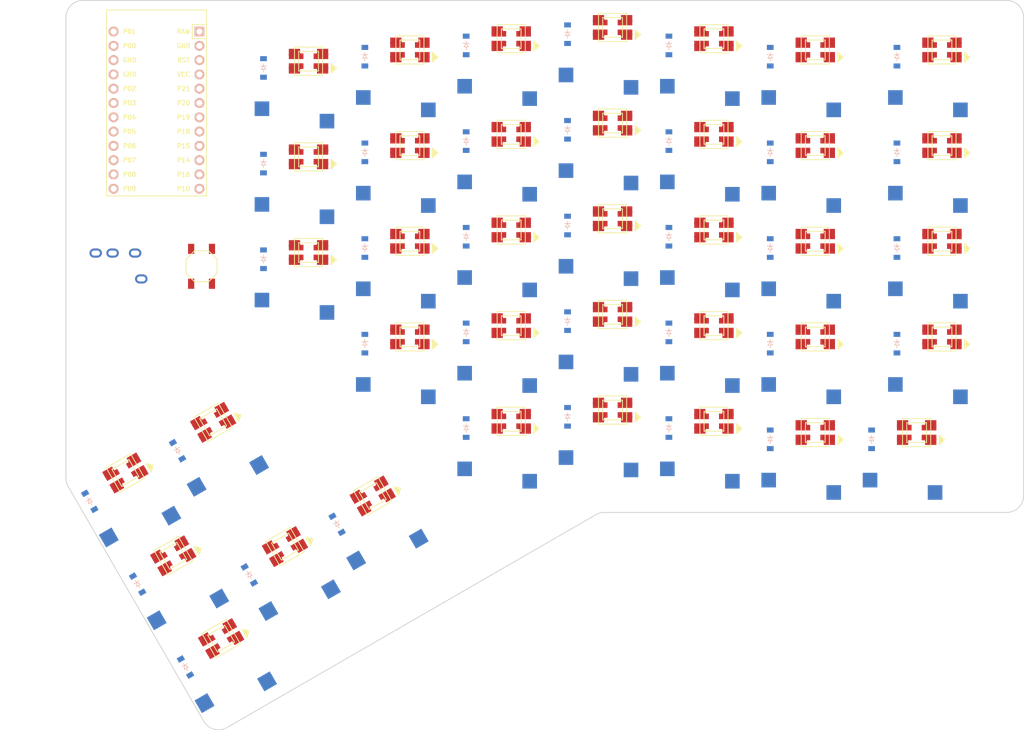
<source format=kicad_pcb>
(kicad_pcb (version 20171130) (host pcbnew 5.1.6)
  (title_block (title mrkeyboard_right) (rev v1.0.0) (company Unknown))
  (layers (0 F.Cu signal) (31 B.Cu signal) (34 B.Paste user) (35 F.Paste user) (36 B.SilkS user) (37 F.SilkS user) (38 B.Mask user) (39 F.Mask user) (44 Edge.Cuts user))
  (net 0 "")
  (net 1 "P20")
  (net 2 "far_arrows")
  (net 3 "far_bottom")
  (net 4 "far_home")
  (net 5 "far_top")
  (net 6 "far_number")
  (net 7 "P19")
  (net 8 "pinkie_arrows")
  (net 9 "pinkie_bottom")
  (net 10 "pinkie_home")
  (net 11 "pinkie_top")
  (net 12 "pinkie_number")
  (net 13 "P18")
  (net 14 "ring_arrows")
  (net 15 "ring_bottom")
  (net 16 "ring_home")
  (net 17 "ring_top")
  (net 18 "ring_number")
  (net 19 "P15")
  (net 20 "middle_arrows")
  (net 21 "middle_bottom")
  (net 22 "middle_home")
  (net 23 "middle_top")
  (net 24 "middle_number")
  (net 25 "P14")
  (net 26 "index_arrows")
  (net 27 "index_bottom")
  (net 28 "index_home")
  (net 29 "index_top")
  (net 30 "index_number")
  (net 31 "P16")
  (net 32 "indexplus_bottom")
  (net 33 "indexplus_home")
  (net 34 "indexplus_top")
  (net 35 "indexplus_number")
  (net 36 "P9")
  (net 37 "inside_home")
  (net 38 "inside_top")
  (net 39 "inside_number")
  (net 40 "inside_bottom")
  (net 41 "P10")
  (net 42 "center_bottom")
  (net 43 "center_middle")
  (net 44 "outside_bottom")
  (net 45 "outside_middle")
  (net 46 "outside_top")
  (net 47 "P6")
  (net 48 "P5")
  (net 49 "P4")
  (net 50 "P3")
  (net 51 "P2")
  (net 52 "P1")
  (net 53 "D1")
  (net 54 "VCC")
  (net 55 "GND")
  (net 56 "RAW")
  (net 57 "RST")
  (net 58 "P21")
  (net 59 "P0")
  (net 60 "P7")
  (net 61 "P8")
  (module PG1350 (layer F.Cu) (at 0 0 180)
    (fp_text reference "S1" hide)
    (fp_text value "" hide)
    (pad "" np_thru_hole circle (at 0 0) (size 3.429 3.429) (drill 3.429) (layers *.Cu *.Mask))
    (pad "" np_thru_hole circle (at 5.5 0) (size 1.7018 1.7018) (drill 1.7018) (layers *.Cu *.Mask))
    (pad "" np_thru_hole circle (at -5.5 0) (size 1.7018 1.7018) (drill 1.7018) (layers *.Cu *.Mask))
    (pad "" np_thru_hole circle (at 5 -3.75) (size 3 3) (drill 3) (layers *.Cu *.Mask))
    (pad "" np_thru_hole circle (at 0 -5.95) (size 3 3) (drill 3) (layers *.Cu *.Mask))
    (pad 1 smd rect (at -3.275 -5.95 180) (size 2.6 2.6) (layers B.Cu B.Paste B.Mask) (net 1 "P20"))
    (pad 2 smd rect (at 8.275 -3.75 180) (size 2.6 2.6) (layers B.Cu B.Paste B.Mask) (net 2 "far_arrows"))
  )
  (module PG1350 (layer F.Cu) (at 4.5 -17 180)
    (fp_text reference "S2" hide)
    (fp_text value "" hide)
    (pad "" np_thru_hole circle (at 0 0) (size 3.429 3.429) (drill 3.429) (layers *.Cu *.Mask))
    (pad "" np_thru_hole circle (at 5.5 0) (size 1.7018 1.7018) (drill 1.7018) (layers *.Cu *.Mask))
    (pad "" np_thru_hole circle (at -5.5 0) (size 1.7018 1.7018) (drill 1.7018) (layers *.Cu *.Mask))
    (pad "" np_thru_hole circle (at 5 -3.75) (size 3 3) (drill 3) (layers *.Cu *.Mask))
    (pad "" np_thru_hole circle (at 0 -5.95) (size 3 3) (drill 3) (layers *.Cu *.Mask))
    (pad 1 smd rect (at -3.275 -5.95 180) (size 2.6 2.6) (layers B.Cu B.Paste B.Mask) (net 1 "P20"))
    (pad 2 smd rect (at 8.275 -3.75 180) (size 2.6 2.6) (layers B.Cu B.Paste B.Mask) (net 3 "far_bottom"))
  )
  (module PG1350 (layer F.Cu) (at 4.5 -34 180)
    (fp_text reference "S3" hide)
    (fp_text value "" hide)
    (pad "" np_thru_hole circle (at 0 0) (size 3.429 3.429) (drill 3.429) (layers *.Cu *.Mask))
    (pad "" np_thru_hole circle (at 5.5 0) (size 1.7018 1.7018) (drill 1.7018) (layers *.Cu *.Mask))
    (pad "" np_thru_hole circle (at -5.5 0) (size 1.7018 1.7018) (drill 1.7018) (layers *.Cu *.Mask))
    (pad "" np_thru_hole circle (at 5 -3.75) (size 3 3) (drill 3) (layers *.Cu *.Mask))
    (pad "" np_thru_hole circle (at 0 -5.95) (size 3 3) (drill 3) (layers *.Cu *.Mask))
    (pad 1 smd rect (at -3.275 -5.95 180) (size 2.6 2.6) (layers B.Cu B.Paste B.Mask) (net 1 "P20"))
    (pad 2 smd rect (at 8.275 -3.75 180) (size 2.6 2.6) (layers B.Cu B.Paste B.Mask) (net 4 "far_home"))
  )
  (module PG1350 (layer F.Cu) (at 4.5 -51 180)
    (fp_text reference "S4" hide)
    (fp_text value "" hide)
    (pad "" np_thru_hole circle (at 0 0) (size 3.429 3.429) (drill 3.429) (layers *.Cu *.Mask))
    (pad "" np_thru_hole circle (at 5.5 0) (size 1.7018 1.7018) (drill 1.7018) (layers *.Cu *.Mask))
    (pad "" np_thru_hole circle (at -5.5 0) (size 1.7018 1.7018) (drill 1.7018) (layers *.Cu *.Mask))
    (pad "" np_thru_hole circle (at 5 -3.75) (size 3 3) (drill 3) (layers *.Cu *.Mask))
    (pad "" np_thru_hole circle (at 0 -5.95) (size 3 3) (drill 3) (layers *.Cu *.Mask))
    (pad 1 smd rect (at -3.275 -5.95 180) (size 2.6 2.6) (layers B.Cu B.Paste B.Mask) (net 1 "P20"))
    (pad 2 smd rect (at 8.275 -3.75 180) (size 2.6 2.6) (layers B.Cu B.Paste B.Mask) (net 5 "far_top"))
  )
  (module PG1350 (layer F.Cu) (at 4.5 -68 180)
    (fp_text reference "S5" hide)
    (fp_text value "" hide)
    (pad "" np_thru_hole circle (at 0 0) (size 3.429 3.429) (drill 3.429) (layers *.Cu *.Mask))
    (pad "" np_thru_hole circle (at 5.5 0) (size 1.7018 1.7018) (drill 1.7018) (layers *.Cu *.Mask))
    (pad "" np_thru_hole circle (at -5.5 0) (size 1.7018 1.7018) (drill 1.7018) (layers *.Cu *.Mask))
    (pad "" np_thru_hole circle (at 5 -3.75) (size 3 3) (drill 3) (layers *.Cu *.Mask))
    (pad "" np_thru_hole circle (at 0 -5.95) (size 3 3) (drill 3) (layers *.Cu *.Mask))
    (pad 1 smd rect (at -3.275 -5.95 180) (size 2.6 2.6) (layers B.Cu B.Paste B.Mask) (net 1 "P20"))
    (pad 2 smd rect (at 8.275 -3.75 180) (size 2.6 2.6) (layers B.Cu B.Paste B.Mask) (net 6 "far_number"))
  )
  (module PG1350 (layer F.Cu) (at -18 0 180)
    (fp_text reference "S6" hide)
    (fp_text value "" hide)
    (pad "" np_thru_hole circle (at 0 0) (size 3.429 3.429) (drill 3.429) (layers *.Cu *.Mask))
    (pad "" np_thru_hole circle (at 5.5 0) (size 1.7018 1.7018) (drill 1.7018) (layers *.Cu *.Mask))
    (pad "" np_thru_hole circle (at -5.5 0) (size 1.7018 1.7018) (drill 1.7018) (layers *.Cu *.Mask))
    (pad "" np_thru_hole circle (at 5 -3.75) (size 3 3) (drill 3) (layers *.Cu *.Mask))
    (pad "" np_thru_hole circle (at 0 -5.95) (size 3 3) (drill 3) (layers *.Cu *.Mask))
    (pad 1 smd rect (at -3.275 -5.95 180) (size 2.6 2.6) (layers B.Cu B.Paste B.Mask) (net 7 "P19"))
    (pad 2 smd rect (at 8.275 -3.75 180) (size 2.6 2.6) (layers B.Cu B.Paste B.Mask) (net 8 "pinkie_arrows"))
  )
  (module PG1350 (layer F.Cu) (at -18 -17 180)
    (fp_text reference "S7" hide)
    (fp_text value "" hide)
    (pad "" np_thru_hole circle (at 0 0) (size 3.429 3.429) (drill 3.429) (layers *.Cu *.Mask))
    (pad "" np_thru_hole circle (at 5.5 0) (size 1.7018 1.7018) (drill 1.7018) (layers *.Cu *.Mask))
    (pad "" np_thru_hole circle (at -5.5 0) (size 1.7018 1.7018) (drill 1.7018) (layers *.Cu *.Mask))
    (pad "" np_thru_hole circle (at 5 -3.75) (size 3 3) (drill 3) (layers *.Cu *.Mask))
    (pad "" np_thru_hole circle (at 0 -5.95) (size 3 3) (drill 3) (layers *.Cu *.Mask))
    (pad 1 smd rect (at -3.275 -5.95 180) (size 2.6 2.6) (layers B.Cu B.Paste B.Mask) (net 7 "P19"))
    (pad 2 smd rect (at 8.275 -3.75 180) (size 2.6 2.6) (layers B.Cu B.Paste B.Mask) (net 9 "pinkie_bottom"))
  )
  (module PG1350 (layer F.Cu) (at -18 -34 180)
    (fp_text reference "S8" hide)
    (fp_text value "" hide)
    (pad "" np_thru_hole circle (at 0 0) (size 3.429 3.429) (drill 3.429) (layers *.Cu *.Mask))
    (pad "" np_thru_hole circle (at 5.5 0) (size 1.7018 1.7018) (drill 1.7018) (layers *.Cu *.Mask))
    (pad "" np_thru_hole circle (at -5.5 0) (size 1.7018 1.7018) (drill 1.7018) (layers *.Cu *.Mask))
    (pad "" np_thru_hole circle (at 5 -3.75) (size 3 3) (drill 3) (layers *.Cu *.Mask))
    (pad "" np_thru_hole circle (at 0 -5.95) (size 3 3) (drill 3) (layers *.Cu *.Mask))
    (pad 1 smd rect (at -3.275 -5.95 180) (size 2.6 2.6) (layers B.Cu B.Paste B.Mask) (net 7 "P19"))
    (pad 2 smd rect (at 8.275 -3.75 180) (size 2.6 2.6) (layers B.Cu B.Paste B.Mask) (net 10 "pinkie_home"))
  )
  (module PG1350 (layer F.Cu) (at -18 -51 180)
    (fp_text reference "S9" hide)
    (fp_text value "" hide)
    (pad "" np_thru_hole circle (at 0 0) (size 3.429 3.429) (drill 3.429) (layers *.Cu *.Mask))
    (pad "" np_thru_hole circle (at 5.5 0) (size 1.7018 1.7018) (drill 1.7018) (layers *.Cu *.Mask))
    (pad "" np_thru_hole circle (at -5.5 0) (size 1.7018 1.7018) (drill 1.7018) (layers *.Cu *.Mask))
    (pad "" np_thru_hole circle (at 5 -3.75) (size 3 3) (drill 3) (layers *.Cu *.Mask))
    (pad "" np_thru_hole circle (at 0 -5.95) (size 3 3) (drill 3) (layers *.Cu *.Mask))
    (pad 1 smd rect (at -3.275 -5.95 180) (size 2.6 2.6) (layers B.Cu B.Paste B.Mask) (net 7 "P19"))
    (pad 2 smd rect (at 8.275 -3.75 180) (size 2.6 2.6) (layers B.Cu B.Paste B.Mask) (net 11 "pinkie_top"))
  )
  (module PG1350 (layer F.Cu) (at -18 -68 180)
    (fp_text reference "S10" hide)
    (fp_text value "" hide)
    (pad "" np_thru_hole circle (at 0 0) (size 3.429 3.429) (drill 3.429) (layers *.Cu *.Mask))
    (pad "" np_thru_hole circle (at 5.5 0) (size 1.7018 1.7018) (drill 1.7018) (layers *.Cu *.Mask))
    (pad "" np_thru_hole circle (at -5.5 0) (size 1.7018 1.7018) (drill 1.7018) (layers *.Cu *.Mask))
    (pad "" np_thru_hole circle (at 5 -3.75) (size 3 3) (drill 3) (layers *.Cu *.Mask))
    (pad "" np_thru_hole circle (at 0 -5.95) (size 3 3) (drill 3) (layers *.Cu *.Mask))
    (pad 1 smd rect (at -3.275 -5.95 180) (size 2.6 2.6) (layers B.Cu B.Paste B.Mask) (net 7 "P19"))
    (pad 2 smd rect (at 8.275 -3.75 180) (size 2.6 2.6) (layers B.Cu B.Paste B.Mask) (net 12 "pinkie_number"))
  )
  (module PG1350 (layer F.Cu) (at -36 -2 180)
    (fp_text reference "S11" hide)
    (fp_text value "" hide)
    (pad "" np_thru_hole circle (at 0 0) (size 3.429 3.429) (drill 3.429) (layers *.Cu *.Mask))
    (pad "" np_thru_hole circle (at 5.5 0) (size 1.7018 1.7018) (drill 1.7018) (layers *.Cu *.Mask))
    (pad "" np_thru_hole circle (at -5.5 0) (size 1.7018 1.7018) (drill 1.7018) (layers *.Cu *.Mask))
    (pad "" np_thru_hole circle (at 5 -3.75) (size 3 3) (drill 3) (layers *.Cu *.Mask))
    (pad "" np_thru_hole circle (at 0 -5.95) (size 3 3) (drill 3) (layers *.Cu *.Mask))
    (pad 1 smd rect (at -3.275 -5.95 180) (size 2.6 2.6) (layers B.Cu B.Paste B.Mask) (net 13 "P18"))
    (pad 2 smd rect (at 8.275 -3.75 180) (size 2.6 2.6) (layers B.Cu B.Paste B.Mask) (net 14 "ring_arrows"))
  )
  (module PG1350 (layer F.Cu) (at -36 -19 180)
    (fp_text reference "S12" hide)
    (fp_text value "" hide)
    (pad "" np_thru_hole circle (at 0 0) (size 3.429 3.429) (drill 3.429) (layers *.Cu *.Mask))
    (pad "" np_thru_hole circle (at 5.5 0) (size 1.7018 1.7018) (drill 1.7018) (layers *.Cu *.Mask))
    (pad "" np_thru_hole circle (at -5.5 0) (size 1.7018 1.7018) (drill 1.7018) (layers *.Cu *.Mask))
    (pad "" np_thru_hole circle (at 5 -3.75) (size 3 3) (drill 3) (layers *.Cu *.Mask))
    (pad "" np_thru_hole circle (at 0 -5.95) (size 3 3) (drill 3) (layers *.Cu *.Mask))
    (pad 1 smd rect (at -3.275 -5.95 180) (size 2.6 2.6) (layers B.Cu B.Paste B.Mask) (net 13 "P18"))
    (pad 2 smd rect (at 8.275 -3.75 180) (size 2.6 2.6) (layers B.Cu B.Paste B.Mask) (net 15 "ring_bottom"))
  )
  (module PG1350 (layer F.Cu) (at -36 -36 180)
    (fp_text reference "S13" hide)
    (fp_text value "" hide)
    (pad "" np_thru_hole circle (at 0 0) (size 3.429 3.429) (drill 3.429) (layers *.Cu *.Mask))
    (pad "" np_thru_hole circle (at 5.5 0) (size 1.7018 1.7018) (drill 1.7018) (layers *.Cu *.Mask))
    (pad "" np_thru_hole circle (at -5.5 0) (size 1.7018 1.7018) (drill 1.7018) (layers *.Cu *.Mask))
    (pad "" np_thru_hole circle (at 5 -3.75) (size 3 3) (drill 3) (layers *.Cu *.Mask))
    (pad "" np_thru_hole circle (at 0 -5.95) (size 3 3) (drill 3) (layers *.Cu *.Mask))
    (pad 1 smd rect (at -3.275 -5.95 180) (size 2.6 2.6) (layers B.Cu B.Paste B.Mask) (net 13 "P18"))
    (pad 2 smd rect (at 8.275 -3.75 180) (size 2.6 2.6) (layers B.Cu B.Paste B.Mask) (net 16 "ring_home"))
  )
  (module PG1350 (layer F.Cu) (at -36 -53 180)
    (fp_text reference "S14" hide)
    (fp_text value "" hide)
    (pad "" np_thru_hole circle (at 0 0) (size 3.429 3.429) (drill 3.429) (layers *.Cu *.Mask))
    (pad "" np_thru_hole circle (at 5.5 0) (size 1.7018 1.7018) (drill 1.7018) (layers *.Cu *.Mask))
    (pad "" np_thru_hole circle (at -5.5 0) (size 1.7018 1.7018) (drill 1.7018) (layers *.Cu *.Mask))
    (pad "" np_thru_hole circle (at 5 -3.75) (size 3 3) (drill 3) (layers *.Cu *.Mask))
    (pad "" np_thru_hole circle (at 0 -5.95) (size 3 3) (drill 3) (layers *.Cu *.Mask))
    (pad 1 smd rect (at -3.275 -5.95 180) (size 2.6 2.6) (layers B.Cu B.Paste B.Mask) (net 13 "P18"))
    (pad 2 smd rect (at 8.275 -3.75 180) (size 2.6 2.6) (layers B.Cu B.Paste B.Mask) (net 17 "ring_top"))
  )
  (module PG1350 (layer F.Cu) (at -36 -70 180)
    (fp_text reference "S15" hide)
    (fp_text value "" hide)
    (pad "" np_thru_hole circle (at 0 0) (size 3.429 3.429) (drill 3.429) (layers *.Cu *.Mask))
    (pad "" np_thru_hole circle (at 5.5 0) (size 1.7018 1.7018) (drill 1.7018) (layers *.Cu *.Mask))
    (pad "" np_thru_hole circle (at -5.5 0) (size 1.7018 1.7018) (drill 1.7018) (layers *.Cu *.Mask))
    (pad "" np_thru_hole circle (at 5 -3.75) (size 3 3) (drill 3) (layers *.Cu *.Mask))
    (pad "" np_thru_hole circle (at 0 -5.95) (size 3 3) (drill 3) (layers *.Cu *.Mask))
    (pad 1 smd rect (at -3.275 -5.95 180) (size 2.6 2.6) (layers B.Cu B.Paste B.Mask) (net 13 "P18"))
    (pad 2 smd rect (at 8.275 -3.75 180) (size 2.6 2.6) (layers B.Cu B.Paste B.Mask) (net 18 "ring_number"))
  )
  (module PG1350 (layer F.Cu) (at -54 -4 180)
    (fp_text reference "S16" hide)
    (fp_text value "" hide)
    (pad "" np_thru_hole circle (at 0 0) (size 3.429 3.429) (drill 3.429) (layers *.Cu *.Mask))
    (pad "" np_thru_hole circle (at 5.5 0) (size 1.7018 1.7018) (drill 1.7018) (layers *.Cu *.Mask))
    (pad "" np_thru_hole circle (at -5.5 0) (size 1.7018 1.7018) (drill 1.7018) (layers *.Cu *.Mask))
    (pad "" np_thru_hole circle (at 5 -3.75) (size 3 3) (drill 3) (layers *.Cu *.Mask))
    (pad "" np_thru_hole circle (at 0 -5.95) (size 3 3) (drill 3) (layers *.Cu *.Mask))
    (pad 1 smd rect (at -3.275 -5.95 180) (size 2.6 2.6) (layers B.Cu B.Paste B.Mask) (net 19 "P15"))
    (pad 2 smd rect (at 8.275 -3.75 180) (size 2.6 2.6) (layers B.Cu B.Paste B.Mask) (net 20 "middle_arrows"))
  )
  (module PG1350 (layer F.Cu) (at -54 -21 180)
    (fp_text reference "S17" hide)
    (fp_text value "" hide)
    (pad "" np_thru_hole circle (at 0 0) (size 3.429 3.429) (drill 3.429) (layers *.Cu *.Mask))
    (pad "" np_thru_hole circle (at 5.5 0) (size 1.7018 1.7018) (drill 1.7018) (layers *.Cu *.Mask))
    (pad "" np_thru_hole circle (at -5.5 0) (size 1.7018 1.7018) (drill 1.7018) (layers *.Cu *.Mask))
    (pad "" np_thru_hole circle (at 5 -3.75) (size 3 3) (drill 3) (layers *.Cu *.Mask))
    (pad "" np_thru_hole circle (at 0 -5.95) (size 3 3) (drill 3) (layers *.Cu *.Mask))
    (pad 1 smd rect (at -3.275 -5.95 180) (size 2.6 2.6) (layers B.Cu B.Paste B.Mask) (net 19 "P15"))
    (pad 2 smd rect (at 8.275 -3.75 180) (size 2.6 2.6) (layers B.Cu B.Paste B.Mask) (net 21 "middle_bottom"))
  )
  (module PG1350 (layer F.Cu) (at -54 -38 180)
    (fp_text reference "S18" hide)
    (fp_text value "" hide)
    (pad "" np_thru_hole circle (at 0 0) (size 3.429 3.429) (drill 3.429) (layers *.Cu *.Mask))
    (pad "" np_thru_hole circle (at 5.5 0) (size 1.7018 1.7018) (drill 1.7018) (layers *.Cu *.Mask))
    (pad "" np_thru_hole circle (at -5.5 0) (size 1.7018 1.7018) (drill 1.7018) (layers *.Cu *.Mask))
    (pad "" np_thru_hole circle (at 5 -3.75) (size 3 3) (drill 3) (layers *.Cu *.Mask))
    (pad "" np_thru_hole circle (at 0 -5.95) (size 3 3) (drill 3) (layers *.Cu *.Mask))
    (pad 1 smd rect (at -3.275 -5.95 180) (size 2.6 2.6) (layers B.Cu B.Paste B.Mask) (net 19 "P15"))
    (pad 2 smd rect (at 8.275 -3.75 180) (size 2.6 2.6) (layers B.Cu B.Paste B.Mask) (net 22 "middle_home"))
  )
  (module PG1350 (layer F.Cu) (at -54 -55 180)
    (fp_text reference "S19" hide)
    (fp_text value "" hide)
    (pad "" np_thru_hole circle (at 0 0) (size 3.429 3.429) (drill 3.429) (layers *.Cu *.Mask))
    (pad "" np_thru_hole circle (at 5.5 0) (size 1.7018 1.7018) (drill 1.7018) (layers *.Cu *.Mask))
    (pad "" np_thru_hole circle (at -5.5 0) (size 1.7018 1.7018) (drill 1.7018) (layers *.Cu *.Mask))
    (pad "" np_thru_hole circle (at 5 -3.75) (size 3 3) (drill 3) (layers *.Cu *.Mask))
    (pad "" np_thru_hole circle (at 0 -5.95) (size 3 3) (drill 3) (layers *.Cu *.Mask))
    (pad 1 smd rect (at -3.275 -5.95 180) (size 2.6 2.6) (layers B.Cu B.Paste B.Mask) (net 19 "P15"))
    (pad 2 smd rect (at 8.275 -3.75 180) (size 2.6 2.6) (layers B.Cu B.Paste B.Mask) (net 23 "middle_top"))
  )
  (module PG1350 (layer F.Cu) (at -54 -72 180)
    (fp_text reference "S20" hide)
    (fp_text value "" hide)
    (pad "" np_thru_hole circle (at 0 0) (size 3.429 3.429) (drill 3.429) (layers *.Cu *.Mask))
    (pad "" np_thru_hole circle (at 5.5 0) (size 1.7018 1.7018) (drill 1.7018) (layers *.Cu *.Mask))
    (pad "" np_thru_hole circle (at -5.5 0) (size 1.7018 1.7018) (drill 1.7018) (layers *.Cu *.Mask))
    (pad "" np_thru_hole circle (at 5 -3.75) (size 3 3) (drill 3) (layers *.Cu *.Mask))
    (pad "" np_thru_hole circle (at 0 -5.95) (size 3 3) (drill 3) (layers *.Cu *.Mask))
    (pad 1 smd rect (at -3.275 -5.95 180) (size 2.6 2.6) (layers B.Cu B.Paste B.Mask) (net 19 "P15"))
    (pad 2 smd rect (at 8.275 -3.75 180) (size 2.6 2.6) (layers B.Cu B.Paste B.Mask) (net 24 "middle_number"))
  )
  (module PG1350 (layer F.Cu) (at -72 -2 180)
    (fp_text reference "S21" hide)
    (fp_text value "" hide)
    (pad "" np_thru_hole circle (at 0 0) (size 3.429 3.429) (drill 3.429) (layers *.Cu *.Mask))
    (pad "" np_thru_hole circle (at 5.5 0) (size 1.7018 1.7018) (drill 1.7018) (layers *.Cu *.Mask))
    (pad "" np_thru_hole circle (at -5.5 0) (size 1.7018 1.7018) (drill 1.7018) (layers *.Cu *.Mask))
    (pad "" np_thru_hole circle (at 5 -3.75) (size 3 3) (drill 3) (layers *.Cu *.Mask))
    (pad "" np_thru_hole circle (at 0 -5.95) (size 3 3) (drill 3) (layers *.Cu *.Mask))
    (pad 1 smd rect (at -3.275 -5.95 180) (size 2.6 2.6) (layers B.Cu B.Paste B.Mask) (net 25 "P14"))
    (pad 2 smd rect (at 8.275 -3.75 180) (size 2.6 2.6) (layers B.Cu B.Paste B.Mask) (net 26 "index_arrows"))
  )
  (module PG1350 (layer F.Cu) (at -72 -19 180)
    (fp_text reference "S22" hide)
    (fp_text value "" hide)
    (pad "" np_thru_hole circle (at 0 0) (size 3.429 3.429) (drill 3.429) (layers *.Cu *.Mask))
    (pad "" np_thru_hole circle (at 5.5 0) (size 1.7018 1.7018) (drill 1.7018) (layers *.Cu *.Mask))
    (pad "" np_thru_hole circle (at -5.5 0) (size 1.7018 1.7018) (drill 1.7018) (layers *.Cu *.Mask))
    (pad "" np_thru_hole circle (at 5 -3.75) (size 3 3) (drill 3) (layers *.Cu *.Mask))
    (pad "" np_thru_hole circle (at 0 -5.95) (size 3 3) (drill 3) (layers *.Cu *.Mask))
    (pad 1 smd rect (at -3.275 -5.95 180) (size 2.6 2.6) (layers B.Cu B.Paste B.Mask) (net 25 "P14"))
    (pad 2 smd rect (at 8.275 -3.75 180) (size 2.6 2.6) (layers B.Cu B.Paste B.Mask) (net 27 "index_bottom"))
  )
  (module PG1350 (layer F.Cu) (at -72 -36 180)
    (fp_text reference "S23" hide)
    (fp_text value "" hide)
    (pad "" np_thru_hole circle (at 0 0) (size 3.429 3.429) (drill 3.429) (layers *.Cu *.Mask))
    (pad "" np_thru_hole circle (at 5.5 0) (size 1.7018 1.7018) (drill 1.7018) (layers *.Cu *.Mask))
    (pad "" np_thru_hole circle (at -5.5 0) (size 1.7018 1.7018) (drill 1.7018) (layers *.Cu *.Mask))
    (pad "" np_thru_hole circle (at 5 -3.75) (size 3 3) (drill 3) (layers *.Cu *.Mask))
    (pad "" np_thru_hole circle (at 0 -5.95) (size 3 3) (drill 3) (layers *.Cu *.Mask))
    (pad 1 smd rect (at -3.275 -5.95 180) (size 2.6 2.6) (layers B.Cu B.Paste B.Mask) (net 25 "P14"))
    (pad 2 smd rect (at 8.275 -3.75 180) (size 2.6 2.6) (layers B.Cu B.Paste B.Mask) (net 28 "index_home"))
  )
  (module PG1350 (layer F.Cu) (at -72 -53 180)
    (fp_text reference "S24" hide)
    (fp_text value "" hide)
    (pad "" np_thru_hole circle (at 0 0) (size 3.429 3.429) (drill 3.429) (layers *.Cu *.Mask))
    (pad "" np_thru_hole circle (at 5.5 0) (size 1.7018 1.7018) (drill 1.7018) (layers *.Cu *.Mask))
    (pad "" np_thru_hole circle (at -5.5 0) (size 1.7018 1.7018) (drill 1.7018) (layers *.Cu *.Mask))
    (pad "" np_thru_hole circle (at 5 -3.75) (size 3 3) (drill 3) (layers *.Cu *.Mask))
    (pad "" np_thru_hole circle (at 0 -5.95) (size 3 3) (drill 3) (layers *.Cu *.Mask))
    (pad 1 smd rect (at -3.275 -5.95 180) (size 2.6 2.6) (layers B.Cu B.Paste B.Mask) (net 25 "P14"))
    (pad 2 smd rect (at 8.275 -3.75 180) (size 2.6 2.6) (layers B.Cu B.Paste B.Mask) (net 29 "index_top"))
  )
  (module PG1350 (layer F.Cu) (at -72 -70 180)
    (fp_text reference "S25" hide)
    (fp_text value "" hide)
    (pad "" np_thru_hole circle (at 0 0) (size 3.429 3.429) (drill 3.429) (layers *.Cu *.Mask))
    (pad "" np_thru_hole circle (at 5.5 0) (size 1.7018 1.7018) (drill 1.7018) (layers *.Cu *.Mask))
    (pad "" np_thru_hole circle (at -5.5 0) (size 1.7018 1.7018) (drill 1.7018) (layers *.Cu *.Mask))
    (pad "" np_thru_hole circle (at 5 -3.75) (size 3 3) (drill 3) (layers *.Cu *.Mask))
    (pad "" np_thru_hole circle (at 0 -5.95) (size 3 3) (drill 3) (layers *.Cu *.Mask))
    (pad 1 smd rect (at -3.275 -5.95 180) (size 2.6 2.6) (layers B.Cu B.Paste B.Mask) (net 25 "P14"))
    (pad 2 smd rect (at 8.275 -3.75 180) (size 2.6 2.6) (layers B.Cu B.Paste B.Mask) (net 30 "index_number"))
  )
  (module PG1350 (layer F.Cu) (at -90 -17 180)
    (fp_text reference "S26" hide)
    (fp_text value "" hide)
    (pad "" np_thru_hole circle (at 0 0) (size 3.429 3.429) (drill 3.429) (layers *.Cu *.Mask))
    (pad "" np_thru_hole circle (at 5.5 0) (size 1.7018 1.7018) (drill 1.7018) (layers *.Cu *.Mask))
    (pad "" np_thru_hole circle (at -5.5 0) (size 1.7018 1.7018) (drill 1.7018) (layers *.Cu *.Mask))
    (pad "" np_thru_hole circle (at 5 -3.75) (size 3 3) (drill 3) (layers *.Cu *.Mask))
    (pad "" np_thru_hole circle (at 0 -5.95) (size 3 3) (drill 3) (layers *.Cu *.Mask))
    (pad 1 smd rect (at -3.275 -5.95 180) (size 2.6 2.6) (layers B.Cu B.Paste B.Mask) (net 31 "P16"))
    (pad 2 smd rect (at 8.275 -3.75 180) (size 2.6 2.6) (layers B.Cu B.Paste B.Mask) (net 32 "indexplus_bottom"))
  )
  (module PG1350 (layer F.Cu) (at -90 -34 180)
    (fp_text reference "S27" hide)
    (fp_text value "" hide)
    (pad "" np_thru_hole circle (at 0 0) (size 3.429 3.429) (drill 3.429) (layers *.Cu *.Mask))
    (pad "" np_thru_hole circle (at 5.5 0) (size 1.7018 1.7018) (drill 1.7018) (layers *.Cu *.Mask))
    (pad "" np_thru_hole circle (at -5.5 0) (size 1.7018 1.7018) (drill 1.7018) (layers *.Cu *.Mask))
    (pad "" np_thru_hole circle (at 5 -3.75) (size 3 3) (drill 3) (layers *.Cu *.Mask))
    (pad "" np_thru_hole circle (at 0 -5.95) (size 3 3) (drill 3) (layers *.Cu *.Mask))
    (pad 1 smd rect (at -3.275 -5.95 180) (size 2.6 2.6) (layers B.Cu B.Paste B.Mask) (net 31 "P16"))
    (pad 2 smd rect (at 8.275 -3.75 180) (size 2.6 2.6) (layers B.Cu B.Paste B.Mask) (net 33 "indexplus_home"))
  )
  (module PG1350 (layer F.Cu) (at -90 -51 180)
    (fp_text reference "S28" hide)
    (fp_text value "" hide)
    (pad "" np_thru_hole circle (at 0 0) (size 3.429 3.429) (drill 3.429) (layers *.Cu *.Mask))
    (pad "" np_thru_hole circle (at 5.5 0) (size 1.7018 1.7018) (drill 1.7018) (layers *.Cu *.Mask))
    (pad "" np_thru_hole circle (at -5.5 0) (size 1.7018 1.7018) (drill 1.7018) (layers *.Cu *.Mask))
    (pad "" np_thru_hole circle (at 5 -3.75) (size 3 3) (drill 3) (layers *.Cu *.Mask))
    (pad "" np_thru_hole circle (at 0 -5.95) (size 3 3) (drill 3) (layers *.Cu *.Mask))
    (pad 1 smd rect (at -3.275 -5.95 180) (size 2.6 2.6) (layers B.Cu B.Paste B.Mask) (net 31 "P16"))
    (pad 2 smd rect (at 8.275 -3.75 180) (size 2.6 2.6) (layers B.Cu B.Paste B.Mask) (net 34 "indexplus_top"))
  )
  (module PG1350 (layer F.Cu) (at -90 -68 180)
    (fp_text reference "S29" hide)
    (fp_text value "" hide)
    (pad "" np_thru_hole circle (at 0 0) (size 3.429 3.429) (drill 3.429) (layers *.Cu *.Mask))
    (pad "" np_thru_hole circle (at 5.5 0) (size 1.7018 1.7018) (drill 1.7018) (layers *.Cu *.Mask))
    (pad "" np_thru_hole circle (at -5.5 0) (size 1.7018 1.7018) (drill 1.7018) (layers *.Cu *.Mask))
    (pad "" np_thru_hole circle (at 5 -3.75) (size 3 3) (drill 3) (layers *.Cu *.Mask))
    (pad "" np_thru_hole circle (at 0 -5.95) (size 3 3) (drill 3) (layers *.Cu *.Mask))
    (pad 1 smd rect (at -3.275 -5.95 180) (size 2.6 2.6) (layers B.Cu B.Paste B.Mask) (net 31 "P16"))
    (pad 2 smd rect (at 8.275 -3.75 180) (size 2.6 2.6) (layers B.Cu B.Paste B.Mask) (net 35 "indexplus_number"))
  )
  (module PG1350 (layer F.Cu) (at -108 -32 180)
    (fp_text reference "S30" hide)
    (fp_text value "" hide)
    (pad "" np_thru_hole circle (at 0 0) (size 3.429 3.429) (drill 3.429) (layers *.Cu *.Mask))
    (pad "" np_thru_hole circle (at 5.5 0) (size 1.7018 1.7018) (drill 1.7018) (layers *.Cu *.Mask))
    (pad "" np_thru_hole circle (at -5.5 0) (size 1.7018 1.7018) (drill 1.7018) (layers *.Cu *.Mask))
    (pad "" np_thru_hole circle (at 5 -3.75) (size 3 3) (drill 3) (layers *.Cu *.Mask))
    (pad "" np_thru_hole circle (at 0 -5.95) (size 3 3) (drill 3) (layers *.Cu *.Mask))
    (pad 1 smd rect (at -3.275 -5.95 180) (size 2.6 2.6) (layers B.Cu B.Paste B.Mask) (net 36 "P9"))
    (pad 2 smd rect (at 8.275 -3.75 180) (size 2.6 2.6) (layers B.Cu B.Paste B.Mask) (net 37 "inside_home"))
  )
  (module PG1350 (layer F.Cu) (at -108 -49 180)
    (fp_text reference "S31" hide)
    (fp_text value "" hide)
    (pad "" np_thru_hole circle (at 0 0) (size 3.429 3.429) (drill 3.429) (layers *.Cu *.Mask))
    (pad "" np_thru_hole circle (at 5.5 0) (size 1.7018 1.7018) (drill 1.7018) (layers *.Cu *.Mask))
    (pad "" np_thru_hole circle (at -5.5 0) (size 1.7018 1.7018) (drill 1.7018) (layers *.Cu *.Mask))
    (pad "" np_thru_hole circle (at 5 -3.75) (size 3 3) (drill 3) (layers *.Cu *.Mask))
    (pad "" np_thru_hole circle (at 0 -5.95) (size 3 3) (drill 3) (layers *.Cu *.Mask))
    (pad 1 smd rect (at -3.275 -5.95 180) (size 2.6 2.6) (layers B.Cu B.Paste B.Mask) (net 36 "P9"))
    (pad 2 smd rect (at 8.275 -3.75 180) (size 2.6 2.6) (layers B.Cu B.Paste B.Mask) (net 38 "inside_top"))
  )
  (module PG1350 (layer F.Cu) (at -108 -66 180)
    (fp_text reference "S32" hide)
    (fp_text value "" hide)
    (pad "" np_thru_hole circle (at 0 0) (size 3.429 3.429) (drill 3.429) (layers *.Cu *.Mask))
    (pad "" np_thru_hole circle (at 5.5 0) (size 1.7018 1.7018) (drill 1.7018) (layers *.Cu *.Mask))
    (pad "" np_thru_hole circle (at -5.5 0) (size 1.7018 1.7018) (drill 1.7018) (layers *.Cu *.Mask))
    (pad "" np_thru_hole circle (at 5 -3.75) (size 3 3) (drill 3) (layers *.Cu *.Mask))
    (pad "" np_thru_hole circle (at 0 -5.95) (size 3 3) (drill 3) (layers *.Cu *.Mask))
    (pad 1 smd rect (at -3.275 -5.95 180) (size 2.6 2.6) (layers B.Cu B.Paste B.Mask) (net 36 "P9"))
    (pad 2 smd rect (at 8.275 -3.75 180) (size 2.6 2.6) (layers B.Cu B.Paste B.Mask) (net 39 "inside_number"))
  )
  (module PG1350 (layer F.Cu) (at -94.25 10.638784099999999 210)
    (fp_text reference "S33" hide)
    (fp_text value "" hide)
    (pad "" np_thru_hole circle (at 0 0) (size 3.429 3.429) (drill 3.429) (layers *.Cu *.Mask))
    (pad "" np_thru_hole circle (at 5.5 0) (size 1.7018 1.7018) (drill 1.7018) (layers *.Cu *.Mask))
    (pad "" np_thru_hole circle (at -5.5 0) (size 1.7018 1.7018) (drill 1.7018) (layers *.Cu *.Mask))
    (pad "" np_thru_hole circle (at 5 -3.75) (size 3 3) (drill 3) (layers *.Cu *.Mask))
    (pad "" np_thru_hole circle (at 0 -5.95) (size 3 3) (drill 3) (layers *.Cu *.Mask))
    (pad 1 smd rect (at -3.275 -5.95 210) (size 2.6 2.6) (layers B.Cu B.Paste B.Mask) (net 31 "P16"))
    (pad 2 smd rect (at 8.275 -3.75 210) (size 2.6 2.6) (layers B.Cu B.Paste B.Mask) (net 40 "inside_bottom"))
  )
  (module PG1350 (layer F.Cu) (at -109.8384572 19.638784100000002 210)
    (fp_text reference "S34" hide)
    (fp_text value "" hide)
    (pad "" np_thru_hole circle (at 0 0) (size 3.429 3.429) (drill 3.429) (layers *.Cu *.Mask))
    (pad "" np_thru_hole circle (at 5.5 0) (size 1.7018 1.7018) (drill 1.7018) (layers *.Cu *.Mask))
    (pad "" np_thru_hole circle (at -5.5 0) (size 1.7018 1.7018) (drill 1.7018) (layers *.Cu *.Mask))
    (pad "" np_thru_hole circle (at 5 -3.75) (size 3 3) (drill 3) (layers *.Cu *.Mask))
    (pad "" np_thru_hole circle (at 0 -5.95) (size 3 3) (drill 3) (layers *.Cu *.Mask))
    (pad 1 smd rect (at -3.275 -5.95 210) (size 2.6 2.6) (layers B.Cu B.Paste B.Mask) (net 41 "P10"))
    (pad 2 smd rect (at 8.275 -3.75 210) (size 2.6 2.6) (layers B.Cu B.Paste B.Mask) (net 42 "center_bottom"))
  )
  (module PG1350 (layer F.Cu) (at -122.5884572 -2.444863699999998 210)
    (fp_text reference "S35" hide)
    (fp_text value "" hide)
    (pad "" np_thru_hole circle (at 0 0) (size 3.429 3.429) (drill 3.429) (layers *.Cu *.Mask))
    (pad "" np_thru_hole circle (at 5.5 0) (size 1.7018 1.7018) (drill 1.7018) (layers *.Cu *.Mask))
    (pad "" np_thru_hole circle (at -5.5 0) (size 1.7018 1.7018) (drill 1.7018) (layers *.Cu *.Mask))
    (pad "" np_thru_hole circle (at 5 -3.75) (size 3 3) (drill 3) (layers *.Cu *.Mask))
    (pad "" np_thru_hole circle (at 0 -5.95) (size 3 3) (drill 3) (layers *.Cu *.Mask))
    (pad 1 smd rect (at -3.275 -5.95 210) (size 2.6 2.6) (layers B.Cu B.Paste B.Mask) (net 41 "P10"))
    (pad 2 smd rect (at 8.275 -3.75 210) (size 2.6 2.6) (layers B.Cu B.Paste B.Mask) (net 43 "center_middle"))
  )
  (module PG1350 (layer F.Cu) (at -121.1769146 36 210)
    (fp_text reference "S36" hide)
    (fp_text value "" hide)
    (pad "" np_thru_hole circle (at 0 0) (size 3.429 3.429) (drill 3.429) (layers *.Cu *.Mask))
    (pad "" np_thru_hole circle (at 5.5 0) (size 1.7018 1.7018) (drill 1.7018) (layers *.Cu *.Mask))
    (pad "" np_thru_hole circle (at -5.5 0) (size 1.7018 1.7018) (drill 1.7018) (layers *.Cu *.Mask))
    (pad "" np_thru_hole circle (at 5 -3.75) (size 3 3) (drill 3) (layers *.Cu *.Mask))
    (pad "" np_thru_hole circle (at 0 -5.95) (size 3 3) (drill 3) (layers *.Cu *.Mask))
    (pad 1 smd rect (at -3.275 -5.95 210) (size 2.6 2.6) (layers B.Cu B.Paste B.Mask) (net 41 "P10"))
    (pad 2 smd rect (at 8.275 -3.75 210) (size 2.6 2.6) (layers B.Cu B.Paste B.Mask) (net 44 "outside_bottom"))
  )
  (module PG1350 (layer F.Cu) (at -129.6769146 21.2775681 210)
    (fp_text reference "S37" hide)
    (fp_text value "" hide)
    (pad "" np_thru_hole circle (at 0 0) (size 3.429 3.429) (drill 3.429) (layers *.Cu *.Mask))
    (pad "" np_thru_hole circle (at 5.5 0) (size 1.7018 1.7018) (drill 1.7018) (layers *.Cu *.Mask))
    (pad "" np_thru_hole circle (at -5.5 0) (size 1.7018 1.7018) (drill 1.7018) (layers *.Cu *.Mask))
    (pad "" np_thru_hole circle (at 5 -3.75) (size 3 3) (drill 3) (layers *.Cu *.Mask))
    (pad "" np_thru_hole circle (at 0 -5.95) (size 3 3) (drill 3) (layers *.Cu *.Mask))
    (pad 1 smd rect (at -3.275 -5.95 210) (size 2.6 2.6) (layers B.Cu B.Paste B.Mask) (net 41 "P10"))
    (pad 2 smd rect (at 8.275 -3.75 210) (size 2.6 2.6) (layers B.Cu B.Paste B.Mask) (net 45 "outside_middle"))
  )
  (module PG1350 (layer F.Cu) (at -138.1769146 6.5551362 210)
    (fp_text reference "S38" hide)
    (fp_text value "" hide)
    (pad "" np_thru_hole circle (at 0 0) (size 3.429 3.429) (drill 3.429) (layers *.Cu *.Mask))
    (pad "" np_thru_hole circle (at 5.5 0) (size 1.7018 1.7018) (drill 1.7018) (layers *.Cu *.Mask))
    (pad "" np_thru_hole circle (at -5.5 0) (size 1.7018 1.7018) (drill 1.7018) (layers *.Cu *.Mask))
    (pad "" np_thru_hole circle (at 5 -3.75) (size 3 3) (drill 3) (layers *.Cu *.Mask))
    (pad "" np_thru_hole circle (at 0 -5.95) (size 3 3) (drill 3) (layers *.Cu *.Mask))
    (pad 1 smd rect (at -3.275 -5.95 210) (size 2.6 2.6) (layers B.Cu B.Paste B.Mask) (net 41 "P10"))
    (pad 2 smd rect (at 8.275 -3.75 210) (size 2.6 2.6) (layers B.Cu B.Paste B.Mask) (net 46 "outside_top"))
  )
  (module ComboDiode (layer B.Cu) (at -8 -3.5 270)
    (fp_text reference "D1" hide)
    (fp_text value "" hide)
    (pad 2 smd rect (at 1.65 0 270) (size 0.9 1.2) (layers B.Cu B.Paste B.Mask) (net 2 "far_arrows"))
    (pad 1 smd rect (at -1.65 0 270) (size 0.9 1.2) (layers B.Cu B.Paste B.Mask) (net 47 "P6"))
  )
  (module ComboDiode (layer B.Cu) (at -3.5 -20.5 270)
    (fp_text reference "D2" hide)
    (fp_text value "" hide)
    (pad 2 smd rect (at 1.65 0 270) (size 0.9 1.2) (layers B.Cu B.Paste B.Mask) (net 3 "far_bottom"))
    (pad 1 smd rect (at -1.65 0 270) (size 0.9 1.2) (layers B.Cu B.Paste B.Mask) (net 48 "P5"))
  )
  (module ComboDiode (layer B.Cu) (at -3.5 -37.5 270)
    (fp_text reference "D3" hide)
    (fp_text value "" hide)
    (pad 2 smd rect (at 1.65 0 270) (size 0.9 1.2) (layers B.Cu B.Paste B.Mask) (net 4 "far_home"))
    (pad 1 smd rect (at -1.65 0 270) (size 0.9 1.2) (layers B.Cu B.Paste B.Mask) (net 49 "P4"))
  )
  (module ComboDiode (layer B.Cu) (at -3.5 -54.5 270)
    (fp_text reference "D4" hide)
    (fp_text value "" hide)
    (pad 2 smd rect (at 1.65 0 270) (size 0.9 1.2) (layers B.Cu B.Paste B.Mask) (net 5 "far_top"))
    (pad 1 smd rect (at -1.65 0 270) (size 0.9 1.2) (layers B.Cu B.Paste B.Mask) (net 50 "P3"))
  )
  (module ComboDiode (layer B.Cu) (at -3.5 -71.5 270)
    (fp_text reference "D5" hide)
    (fp_text value "" hide)
    (pad 2 smd rect (at 1.65 0 270) (size 0.9 1.2) (layers B.Cu B.Paste B.Mask) (net 6 "far_number"))
    (pad 1 smd rect (at -1.65 0 270) (size 0.9 1.2) (layers B.Cu B.Paste B.Mask) (net 51 "P2"))
  )
  (module ComboDiode (layer B.Cu) (at -26 -3.5 270)
    (fp_text reference "D6" hide)
    (fp_text value "" hide)
    (pad 2 smd rect (at 1.65 0 270) (size 0.9 1.2) (layers B.Cu B.Paste B.Mask) (net 8 "pinkie_arrows"))
    (pad 1 smd rect (at -1.65 0 270) (size 0.9 1.2) (layers B.Cu B.Paste B.Mask) (net 47 "P6"))
  )
  (module ComboDiode (layer B.Cu) (at -26 -20.5 270)
    (fp_text reference "D7" hide)
    (fp_text value "" hide)
    (pad 2 smd rect (at 1.65 0 270) (size 0.9 1.2) (layers B.Cu B.Paste B.Mask) (net 9 "pinkie_bottom"))
    (pad 1 smd rect (at -1.65 0 270) (size 0.9 1.2) (layers B.Cu B.Paste B.Mask) (net 48 "P5"))
  )
  (module ComboDiode (layer B.Cu) (at -26 -37.5 270)
    (fp_text reference "D8" hide)
    (fp_text value "" hide)
    (pad 2 smd rect (at 1.65 0 270) (size 0.9 1.2) (layers B.Cu B.Paste B.Mask) (net 10 "pinkie_home"))
    (pad 1 smd rect (at -1.65 0 270) (size 0.9 1.2) (layers B.Cu B.Paste B.Mask) (net 49 "P4"))
  )
  (module ComboDiode (layer B.Cu) (at -26 -54.5 270)
    (fp_text reference "D9" hide)
    (fp_text value "" hide)
    (pad 2 smd rect (at 1.65 0 270) (size 0.9 1.2) (layers B.Cu B.Paste B.Mask) (net 11 "pinkie_top"))
    (pad 1 smd rect (at -1.65 0 270) (size 0.9 1.2) (layers B.Cu B.Paste B.Mask) (net 50 "P3"))
  )
  (module ComboDiode (layer B.Cu) (at -26 -71.5 270)
    (fp_text reference "D10" hide)
    (fp_text value "" hide)
    (pad 2 smd rect (at 1.65 0 270) (size 0.9 1.2) (layers B.Cu B.Paste B.Mask) (net 12 "pinkie_number"))
    (pad 1 smd rect (at -1.65 0 270) (size 0.9 1.2) (layers B.Cu B.Paste B.Mask) (net 51 "P2"))
  )
  (module ComboDiode (layer B.Cu) (at -44 -5.5 270)
    (fp_text reference "D11" hide)
    (fp_text value "" hide)
    (pad 2 smd rect (at 1.65 0 270) (size 0.9 1.2) (layers B.Cu B.Paste B.Mask) (net 14 "ring_arrows"))
    (pad 1 smd rect (at -1.65 0 270) (size 0.9 1.2) (layers B.Cu B.Paste B.Mask) (net 47 "P6"))
  )
  (module ComboDiode (layer B.Cu) (at -44 -22.5 270)
    (fp_text reference "D12" hide)
    (fp_text value "" hide)
    (pad 2 smd rect (at 1.65 0 270) (size 0.9 1.2) (layers B.Cu B.Paste B.Mask) (net 15 "ring_bottom"))
    (pad 1 smd rect (at -1.65 0 270) (size 0.9 1.2) (layers B.Cu B.Paste B.Mask) (net 48 "P5"))
  )
  (module ComboDiode (layer B.Cu) (at -44 -39.5 270)
    (fp_text reference "D13" hide)
    (fp_text value "" hide)
    (pad 2 smd rect (at 1.65 0 270) (size 0.9 1.2) (layers B.Cu B.Paste B.Mask) (net 16 "ring_home"))
    (pad 1 smd rect (at -1.65 0 270) (size 0.9 1.2) (layers B.Cu B.Paste B.Mask) (net 49 "P4"))
  )
  (module ComboDiode (layer B.Cu) (at -44 -56.5 270)
    (fp_text reference "D14" hide)
    (fp_text value "" hide)
    (pad 2 smd rect (at 1.65 0 270) (size 0.9 1.2) (layers B.Cu B.Paste B.Mask) (net 17 "ring_top"))
    (pad 1 smd rect (at -1.65 0 270) (size 0.9 1.2) (layers B.Cu B.Paste B.Mask) (net 50 "P3"))
  )
  (module ComboDiode (layer B.Cu) (at -44 -73.5 270)
    (fp_text reference "D15" hide)
    (fp_text value "" hide)
    (pad 2 smd rect (at 1.65 0 270) (size 0.9 1.2) (layers B.Cu B.Paste B.Mask) (net 18 "ring_number"))
    (pad 1 smd rect (at -1.65 0 270) (size 0.9 1.2) (layers B.Cu B.Paste B.Mask) (net 51 "P2"))
  )
  (module ComboDiode (layer B.Cu) (at -62 -7.5 270)
    (fp_text reference "D16" hide)
    (fp_text value "" hide)
    (pad 2 smd rect (at 1.65 0 270) (size 0.9 1.2) (layers B.Cu B.Paste B.Mask) (net 20 "middle_arrows"))
    (pad 1 smd rect (at -1.65 0 270) (size 0.9 1.2) (layers B.Cu B.Paste B.Mask) (net 47 "P6"))
  )
  (module ComboDiode (layer B.Cu) (at -62 -24.5 270)
    (fp_text reference "D17" hide)
    (fp_text value "" hide)
    (pad 2 smd rect (at 1.65 0 270) (size 0.9 1.2) (layers B.Cu B.Paste B.Mask) (net 21 "middle_bottom"))
    (pad 1 smd rect (at -1.65 0 270) (size 0.9 1.2) (layers B.Cu B.Paste B.Mask) (net 48 "P5"))
  )
  (module ComboDiode (layer B.Cu) (at -62 -41.5 270)
    (fp_text reference "D18" hide)
    (fp_text value "" hide)
    (pad 2 smd rect (at 1.65 0 270) (size 0.9 1.2) (layers B.Cu B.Paste B.Mask) (net 22 "middle_home"))
    (pad 1 smd rect (at -1.65 0 270) (size 0.9 1.2) (layers B.Cu B.Paste B.Mask) (net 49 "P4"))
  )
  (module ComboDiode (layer B.Cu) (at -62 -58.5 270)
    (fp_text reference "D19" hide)
    (fp_text value "" hide)
    (pad 2 smd rect (at 1.65 0 270) (size 0.9 1.2) (layers B.Cu B.Paste B.Mask) (net 23 "middle_top"))
    (pad 1 smd rect (at -1.65 0 270) (size 0.9 1.2) (layers B.Cu B.Paste B.Mask) (net 50 "P3"))
  )
  (module ComboDiode (layer B.Cu) (at -62 -75.5 270)
    (fp_text reference "D20" hide)
    (fp_text value "" hide)
    (pad 2 smd rect (at 1.65 0 270) (size 0.9 1.2) (layers B.Cu B.Paste B.Mask) (net 24 "middle_number"))
    (pad 1 smd rect (at -1.65 0 270) (size 0.9 1.2) (layers B.Cu B.Paste B.Mask) (net 51 "P2"))
  )
  (module ComboDiode (layer B.Cu) (at -80 -5.5 270)
    (fp_text reference "D21" hide)
    (fp_text value "" hide)
    (pad 2 smd rect (at 1.65 0 270) (size 0.9 1.2) (layers B.Cu B.Paste B.Mask) (net 26 "index_arrows"))
    (pad 1 smd rect (at -1.65 0 270) (size 0.9 1.2) (layers B.Cu B.Paste B.Mask) (net 47 "P6"))
  )
  (module ComboDiode (layer B.Cu) (at -80 -22.5 270)
    (fp_text reference "D22" hide)
    (fp_text value "" hide)
    (pad 2 smd rect (at 1.65 0 270) (size 0.9 1.2) (layers B.Cu B.Paste B.Mask) (net 27 "index_bottom"))
    (pad 1 smd rect (at -1.65 0 270) (size 0.9 1.2) (layers B.Cu B.Paste B.Mask) (net 48 "P5"))
  )
  (module ComboDiode (layer B.Cu) (at -80 -39.5 270)
    (fp_text reference "D23" hide)
    (fp_text value "" hide)
    (pad 2 smd rect (at 1.65 0 270) (size 0.9 1.2) (layers B.Cu B.Paste B.Mask) (net 28 "index_home"))
    (pad 1 smd rect (at -1.65 0 270) (size 0.9 1.2) (layers B.Cu B.Paste B.Mask) (net 49 "P4"))
  )
  (module ComboDiode (layer B.Cu) (at -80 -56.5 270)
    (fp_text reference "D24" hide)
    (fp_text value "" hide)
    (pad 2 smd rect (at 1.65 0 270) (size 0.9 1.2) (layers B.Cu B.Paste B.Mask) (net 29 "index_top"))
    (pad 1 smd rect (at -1.65 0 270) (size 0.9 1.2) (layers B.Cu B.Paste B.Mask) (net 50 "P3"))
  )
  (module ComboDiode (layer B.Cu) (at -80 -73.5 270)
    (fp_text reference "D25" hide)
    (fp_text value "" hide)
    (pad 2 smd rect (at 1.65 0 270) (size 0.9 1.2) (layers B.Cu B.Paste B.Mask) (net 30 "index_number"))
    (pad 1 smd rect (at -1.65 0 270) (size 0.9 1.2) (layers B.Cu B.Paste B.Mask) (net 51 "P2"))
  )
  (module ComboDiode (layer B.Cu) (at -98 -20.5 270)
    (fp_text reference "D26" hide)
    (fp_text value "" hide)
    (pad 2 smd rect (at 1.65 0 270) (size 0.9 1.2) (layers B.Cu B.Paste B.Mask) (net 32 "indexplus_bottom"))
    (pad 1 smd rect (at -1.65 0 270) (size 0.9 1.2) (layers B.Cu B.Paste B.Mask) (net 48 "P5"))
  )
  (module ComboDiode (layer B.Cu) (at -98 -37.5 270)
    (fp_text reference "D27" hide)
    (fp_text value "" hide)
    (pad 2 smd rect (at 1.65 0 270) (size 0.9 1.2) (layers B.Cu B.Paste B.Mask) (net 33 "indexplus_home"))
    (pad 1 smd rect (at -1.65 0 270) (size 0.9 1.2) (layers B.Cu B.Paste B.Mask) (net 49 "P4"))
  )
  (module ComboDiode (layer B.Cu) (at -98 -54.5 270)
    (fp_text reference "D28" hide)
    (fp_text value "" hide)
    (pad 2 smd rect (at 1.65 0 270) (size 0.9 1.2) (layers B.Cu B.Paste B.Mask) (net 34 "indexplus_top"))
    (pad 1 smd rect (at -1.65 0 270) (size 0.9 1.2) (layers B.Cu B.Paste B.Mask) (net 50 "P3"))
  )
  (module ComboDiode (layer B.Cu) (at -98 -71.5 270)
    (fp_text reference "D29" hide)
    (fp_text value "" hide)
    (pad 2 smd rect (at 1.65 0 270) (size 0.9 1.2) (layers B.Cu B.Paste B.Mask) (net 35 "indexplus_number"))
    (pad 1 smd rect (at -1.65 0 270) (size 0.9 1.2) (layers B.Cu B.Paste B.Mask) (net 51 "P2"))
  )
  (module ComboDiode (layer B.Cu) (at -116 -35.5 270)
    (fp_text reference "D30" hide)
    (fp_text value "" hide)
    (pad 2 smd rect (at 1.65 0 270) (size 0.9 1.2) (layers B.Cu B.Paste B.Mask) (net 37 "inside_home"))
    (pad 1 smd rect (at -1.65 0 270) (size 0.9 1.2) (layers B.Cu B.Paste B.Mask) (net 49 "P4"))
  )
  (module ComboDiode (layer B.Cu) (at -116 -52.5 270)
    (fp_text reference "D31" hide)
    (fp_text value "" hide)
    (pad 2 smd rect (at 1.65 0 270) (size 0.9 1.2) (layers B.Cu B.Paste B.Mask) (net 38 "inside_top"))
    (pad 1 smd rect (at -1.65 0 270) (size 0.9 1.2) (layers B.Cu B.Paste B.Mask) (net 50 "P3"))
  )
  (module ComboDiode (layer B.Cu) (at -116 -69.5 270)
    (fp_text reference "D32" hide)
    (fp_text value "" hide)
    (pad 2 smd rect (at 1.65 0 270) (size 0.9 1.2) (layers B.Cu B.Paste B.Mask) (net 39 "inside_number"))
    (pad 1 smd rect (at -1.65 0 270) (size 0.9 1.2) (layers B.Cu B.Paste B.Mask) (net 51 "P2"))
  )
  (module ComboDiode (layer B.Cu) (at -102.9282032 11.607695199999998 300)
    (fp_text reference "D33" hide)
    (fp_text value "" hide)
    (pad 2 smd rect (at 1.65 0 300) (size 0.9 1.2) (layers B.Cu B.Paste B.Mask) (net 40 "inside_bottom"))
    (pad 1 smd rect (at -1.65 0 300) (size 0.9 1.2) (layers B.Cu B.Paste B.Mask) (net 47 "P6"))
  )
  (module ComboDiode (layer B.Cu) (at -118.51666039999999 20.607695200000002 300)
    (fp_text reference "D34" hide)
    (fp_text value "" hide)
    (pad 2 smd rect (at 1.65 0 300) (size 0.9 1.2) (layers B.Cu B.Paste B.Mask) (net 42 "center_bottom"))
    (pad 1 smd rect (at -1.65 0 300) (size 0.9 1.2) (layers B.Cu B.Paste B.Mask) (net 47 "P6"))
  )
  (module ComboDiode (layer B.Cu) (at -131.2666604 -1.475952599999998 300)
    (fp_text reference "D35" hide)
    (fp_text value "" hide)
    (pad 2 smd rect (at 1.65 0 300) (size 0.9 1.2) (layers B.Cu B.Paste B.Mask) (net 43 "center_middle"))
    (pad 1 smd rect (at -1.65 0 300) (size 0.9 1.2) (layers B.Cu B.Paste B.Mask) (net 48 "P5"))
  )
  (module ComboDiode (layer B.Cu) (at -129.85511780000002 36.9689111 300)
    (fp_text reference "D36" hide)
    (fp_text value "" hide)
    (pad 2 smd rect (at 1.65 0 300) (size 0.9 1.2) (layers B.Cu B.Paste B.Mask) (net 44 "outside_bottom"))
    (pad 1 smd rect (at -1.65 0 300) (size 0.9 1.2) (layers B.Cu B.Paste B.Mask) (net 47 "P6"))
  )
  (module ComboDiode (layer B.Cu) (at -138.35511780000002 22.2464792 300)
    (fp_text reference "D37" hide)
    (fp_text value "" hide)
    (pad 2 smd rect (at 1.65 0 300) (size 0.9 1.2) (layers B.Cu B.Paste B.Mask) (net 45 "outside_middle"))
    (pad 1 smd rect (at -1.65 0 300) (size 0.9 1.2) (layers B.Cu B.Paste B.Mask) (net 48 "P5"))
  )
  (module ComboDiode (layer B.Cu) (at -146.85511780000002 7.524047299999999 300)
    (fp_text reference "D38" hide)
    (fp_text value "" hide)
    (pad 2 smd rect (at 1.65 0 300) (size 0.9 1.2) (layers B.Cu B.Paste B.Mask) (net 46 "outside_top"))
    (pad 1 smd rect (at -1.65 0 300) (size 0.9 1.2) (layers B.Cu B.Paste B.Mask) (net 49 "P4"))
  )
  (module WS2812B (layer F.Cu) (at 0 -4.7 0)
    (fp_text reference "LED1" hide)
    (fp_text value "" hide)
    (pad 1 smd rect (at -2.2 -0.875 0) (size 2.6 1) (layers F.Cu F.Paste F.Mask) (net 54 "VCC"))
    (pad 2 smd rect (at -2.2 0.875 0) (size 2.6 1) (layers F.Cu F.Paste F.Mask) (net 53 "D1"))
    (pad 3 smd rect (at 2.2 0.875 0) (size 2.6 1) (layers F.Cu F.Paste F.Mask) (net 55 "GND"))
    (pad 4 smd rect (at 2.2 -0.875 0) (size 2.6 1) (layers F.Cu F.Paste F.Mask) (net 52 "P1"))
    (pad 11 smd rect (at -2.5 -1.6 0) (size 2 1.2) (layers F.Cu F.Paste F.Mask) (net 54 "VCC"))
    (pad 22 smd rect (at -2.5 1.6 0) (size 2 1.2) (layers F.Cu F.Paste F.Mask) (net 53 "D1"))
    (pad 33 smd rect (at 2.5 1.6 0) (size 2 1.2) (layers F.Cu F.Paste F.Mask) (net 55 "GND"))
    (pad 44 smd rect (at 2.5 -1.6 0) (size 2 1.2) (layers F.Cu F.Paste F.Mask) (net 52 "P1"))
  )
  (module WS2812B (layer F.Cu) (at 4.5 -21.7 0)
    (fp_text reference "LED2" hide)
    (fp_text value "" hide)
    (pad 1 smd rect (at -2.2 -0.875 0) (size 2.6 1) (layers F.Cu F.Paste F.Mask) (net 54 "VCC"))
    (pad 2 smd rect (at -2.2 0.875 0) (size 2.6 1) (layers F.Cu F.Paste F.Mask) (net 53 "D1"))
    (pad 3 smd rect (at 2.2 0.875 0) (size 2.6 1) (layers F.Cu F.Paste F.Mask) (net 55 "GND"))
    (pad 4 smd rect (at 2.2 -0.875 0) (size 2.6 1) (layers F.Cu F.Paste F.Mask) (net 52 "P1"))
    (pad 11 smd rect (at -2.5 -1.6 0) (size 2 1.2) (layers F.Cu F.Paste F.Mask) (net 54 "VCC"))
    (pad 22 smd rect (at -2.5 1.6 0) (size 2 1.2) (layers F.Cu F.Paste F.Mask) (net 53 "D1"))
    (pad 33 smd rect (at 2.5 1.6 0) (size 2 1.2) (layers F.Cu F.Paste F.Mask) (net 55 "GND"))
    (pad 44 smd rect (at 2.5 -1.6 0) (size 2 1.2) (layers F.Cu F.Paste F.Mask) (net 52 "P1"))
  )
  (module WS2812B (layer F.Cu) (at 4.5 -38.7 0)
    (fp_text reference "LED3" hide)
    (fp_text value "" hide)
    (pad 1 smd rect (at -2.2 -0.875 0) (size 2.6 1) (layers F.Cu F.Paste F.Mask) (net 54 "VCC"))
    (pad 2 smd rect (at -2.2 0.875 0) (size 2.6 1) (layers F.Cu F.Paste F.Mask) (net 53 "D1"))
    (pad 3 smd rect (at 2.2 0.875 0) (size 2.6 1) (layers F.Cu F.Paste F.Mask) (net 55 "GND"))
    (pad 4 smd rect (at 2.2 -0.875 0) (size 2.6 1) (layers F.Cu F.Paste F.Mask) (net 52 "P1"))
    (pad 11 smd rect (at -2.5 -1.6 0) (size 2 1.2) (layers F.Cu F.Paste F.Mask) (net 54 "VCC"))
    (pad 22 smd rect (at -2.5 1.6 0) (size 2 1.2) (layers F.Cu F.Paste F.Mask) (net 53 "D1"))
    (pad 33 smd rect (at 2.5 1.6 0) (size 2 1.2) (layers F.Cu F.Paste F.Mask) (net 55 "GND"))
    (pad 44 smd rect (at 2.5 -1.6 0) (size 2 1.2) (layers F.Cu F.Paste F.Mask) (net 52 "P1"))
  )
  (module WS2812B (layer F.Cu) (at 4.5 -55.7 0)
    (fp_text reference "LED4" hide)
    (fp_text value "" hide)
    (pad 1 smd rect (at -2.2 -0.875 0) (size 2.6 1) (layers F.Cu F.Paste F.Mask) (net 54 "VCC"))
    (pad 2 smd rect (at -2.2 0.875 0) (size 2.6 1) (layers F.Cu F.Paste F.Mask) (net 53 "D1"))
    (pad 3 smd rect (at 2.2 0.875 0) (size 2.6 1) (layers F.Cu F.Paste F.Mask) (net 55 "GND"))
    (pad 4 smd rect (at 2.2 -0.875 0) (size 2.6 1) (layers F.Cu F.Paste F.Mask) (net 52 "P1"))
    (pad 11 smd rect (at -2.5 -1.6 0) (size 2 1.2) (layers F.Cu F.Paste F.Mask) (net 54 "VCC"))
    (pad 22 smd rect (at -2.5 1.6 0) (size 2 1.2) (layers F.Cu F.Paste F.Mask) (net 53 "D1"))
    (pad 33 smd rect (at 2.5 1.6 0) (size 2 1.2) (layers F.Cu F.Paste F.Mask) (net 55 "GND"))
    (pad 44 smd rect (at 2.5 -1.6 0) (size 2 1.2) (layers F.Cu F.Paste F.Mask) (net 52 "P1"))
  )
  (module WS2812B (layer F.Cu) (at 4.5 -72.7 0)
    (fp_text reference "LED5" hide)
    (fp_text value "" hide)
    (pad 1 smd rect (at -2.2 -0.875 0) (size 2.6 1) (layers F.Cu F.Paste F.Mask) (net 54 "VCC"))
    (pad 2 smd rect (at -2.2 0.875 0) (size 2.6 1) (layers F.Cu F.Paste F.Mask) (net 53 "D1"))
    (pad 3 smd rect (at 2.2 0.875 0) (size 2.6 1) (layers F.Cu F.Paste F.Mask) (net 55 "GND"))
    (pad 4 smd rect (at 2.2 -0.875 0) (size 2.6 1) (layers F.Cu F.Paste F.Mask) (net 52 "P1"))
    (pad 11 smd rect (at -2.5 -1.6 0) (size 2 1.2) (layers F.Cu F.Paste F.Mask) (net 54 "VCC"))
    (pad 22 smd rect (at -2.5 1.6 0) (size 2 1.2) (layers F.Cu F.Paste F.Mask) (net 53 "D1"))
    (pad 33 smd rect (at 2.5 1.6 0) (size 2 1.2) (layers F.Cu F.Paste F.Mask) (net 55 "GND"))
    (pad 44 smd rect (at 2.5 -1.6 0) (size 2 1.2) (layers F.Cu F.Paste F.Mask) (net 52 "P1"))
  )
  (module WS2812B (layer F.Cu) (at -18 -4.7 0)
    (fp_text reference "LED6" hide)
    (fp_text value "" hide)
    (pad 1 smd rect (at -2.2 -0.875 0) (size 2.6 1) (layers F.Cu F.Paste F.Mask) (net 54 "VCC"))
    (pad 2 smd rect (at -2.2 0.875 0) (size 2.6 1) (layers F.Cu F.Paste F.Mask) (net 53 "D1"))
    (pad 3 smd rect (at 2.2 0.875 0) (size 2.6 1) (layers F.Cu F.Paste F.Mask) (net 55 "GND"))
    (pad 4 smd rect (at 2.2 -0.875 0) (size 2.6 1) (layers F.Cu F.Paste F.Mask) (net 52 "P1"))
    (pad 11 smd rect (at -2.5 -1.6 0) (size 2 1.2) (layers F.Cu F.Paste F.Mask) (net 54 "VCC"))
    (pad 22 smd rect (at -2.5 1.6 0) (size 2 1.2) (layers F.Cu F.Paste F.Mask) (net 53 "D1"))
    (pad 33 smd rect (at 2.5 1.6 0) (size 2 1.2) (layers F.Cu F.Paste F.Mask) (net 55 "GND"))
    (pad 44 smd rect (at 2.5 -1.6 0) (size 2 1.2) (layers F.Cu F.Paste F.Mask) (net 52 "P1"))
  )
  (module WS2812B (layer F.Cu) (at -18 -21.7 0)
    (fp_text reference "LED7" hide)
    (fp_text value "" hide)
    (pad 1 smd rect (at -2.2 -0.875 0) (size 2.6 1) (layers F.Cu F.Paste F.Mask) (net 54 "VCC"))
    (pad 2 smd rect (at -2.2 0.875 0) (size 2.6 1) (layers F.Cu F.Paste F.Mask) (net 53 "D1"))
    (pad 3 smd rect (at 2.2 0.875 0) (size 2.6 1) (layers F.Cu F.Paste F.Mask) (net 55 "GND"))
    (pad 4 smd rect (at 2.2 -0.875 0) (size 2.6 1) (layers F.Cu F.Paste F.Mask) (net 52 "P1"))
    (pad 11 smd rect (at -2.5 -1.6 0) (size 2 1.2) (layers F.Cu F.Paste F.Mask) (net 54 "VCC"))
    (pad 22 smd rect (at -2.5 1.6 0) (size 2 1.2) (layers F.Cu F.Paste F.Mask) (net 53 "D1"))
    (pad 33 smd rect (at 2.5 1.6 0) (size 2 1.2) (layers F.Cu F.Paste F.Mask) (net 55 "GND"))
    (pad 44 smd rect (at 2.5 -1.6 0) (size 2 1.2) (layers F.Cu F.Paste F.Mask) (net 52 "P1"))
  )
  (module WS2812B (layer F.Cu) (at -18 -38.7 0)
    (fp_text reference "LED8" hide)
    (fp_text value "" hide)
    (pad 1 smd rect (at -2.2 -0.875 0) (size 2.6 1) (layers F.Cu F.Paste F.Mask) (net 54 "VCC"))
    (pad 2 smd rect (at -2.2 0.875 0) (size 2.6 1) (layers F.Cu F.Paste F.Mask) (net 53 "D1"))
    (pad 3 smd rect (at 2.2 0.875 0) (size 2.6 1) (layers F.Cu F.Paste F.Mask) (net 55 "GND"))
    (pad 4 smd rect (at 2.2 -0.875 0) (size 2.6 1) (layers F.Cu F.Paste F.Mask) (net 52 "P1"))
    (pad 11 smd rect (at -2.5 -1.6 0) (size 2 1.2) (layers F.Cu F.Paste F.Mask) (net 54 "VCC"))
    (pad 22 smd rect (at -2.5 1.6 0) (size 2 1.2) (layers F.Cu F.Paste F.Mask) (net 53 "D1"))
    (pad 33 smd rect (at 2.5 1.6 0) (size 2 1.2) (layers F.Cu F.Paste F.Mask) (net 55 "GND"))
    (pad 44 smd rect (at 2.5 -1.6 0) (size 2 1.2) (layers F.Cu F.Paste F.Mask) (net 52 "P1"))
  )
  (module WS2812B (layer F.Cu) (at -18 -55.7 0)
    (fp_text reference "LED9" hide)
    (fp_text value "" hide)
    (pad 1 smd rect (at -2.2 -0.875 0) (size 2.6 1) (layers F.Cu F.Paste F.Mask) (net 54 "VCC"))
    (pad 2 smd rect (at -2.2 0.875 0) (size 2.6 1) (layers F.Cu F.Paste F.Mask) (net 53 "D1"))
    (pad 3 smd rect (at 2.2 0.875 0) (size 2.6 1) (layers F.Cu F.Paste F.Mask) (net 55 "GND"))
    (pad 4 smd rect (at 2.2 -0.875 0) (size 2.6 1) (layers F.Cu F.Paste F.Mask) (net 52 "P1"))
    (pad 11 smd rect (at -2.5 -1.6 0) (size 2 1.2) (layers F.Cu F.Paste F.Mask) (net 54 "VCC"))
    (pad 22 smd rect (at -2.5 1.6 0) (size 2 1.2) (layers F.Cu F.Paste F.Mask) (net 53 "D1"))
    (pad 33 smd rect (at 2.5 1.6 0) (size 2 1.2) (layers F.Cu F.Paste F.Mask) (net 55 "GND"))
    (pad 44 smd rect (at 2.5 -1.6 0) (size 2 1.2) (layers F.Cu F.Paste F.Mask) (net 52 "P1"))
  )
  (module WS2812B (layer F.Cu) (at -18 -72.7 0)
    (fp_text reference "LED10" hide)
    (fp_text value "" hide)
    (pad 1 smd rect (at -2.2 -0.875 0) (size 2.6 1) (layers F.Cu F.Paste F.Mask) (net 54 "VCC"))
    (pad 2 smd rect (at -2.2 0.875 0) (size 2.6 1) (layers F.Cu F.Paste F.Mask) (net 53 "D1"))
    (pad 3 smd rect (at 2.2 0.875 0) (size 2.6 1) (layers F.Cu F.Paste F.Mask) (net 55 "GND"))
    (pad 4 smd rect (at 2.2 -0.875 0) (size 2.6 1) (layers F.Cu F.Paste F.Mask) (net 52 "P1"))
    (pad 11 smd rect (at -2.5 -1.6 0) (size 2 1.2) (layers F.Cu F.Paste F.Mask) (net 54 "VCC"))
    (pad 22 smd rect (at -2.5 1.6 0) (size 2 1.2) (layers F.Cu F.Paste F.Mask) (net 53 "D1"))
    (pad 33 smd rect (at 2.5 1.6 0) (size 2 1.2) (layers F.Cu F.Paste F.Mask) (net 55 "GND"))
    (pad 44 smd rect (at 2.5 -1.6 0) (size 2 1.2) (layers F.Cu F.Paste F.Mask) (net 52 "P1"))
  )
  (module WS2812B (layer F.Cu) (at -36 -6.7 0)
    (fp_text reference "LED11" hide)
    (fp_text value "" hide)
    (pad 1 smd rect (at -2.2 -0.875 0) (size 2.6 1) (layers F.Cu F.Paste F.Mask) (net 54 "VCC"))
    (pad 2 smd rect (at -2.2 0.875 0) (size 2.6 1) (layers F.Cu F.Paste F.Mask) (net 53 "D1"))
    (pad 3 smd rect (at 2.2 0.875 0) (size 2.6 1) (layers F.Cu F.Paste F.Mask) (net 55 "GND"))
    (pad 4 smd rect (at 2.2 -0.875 0) (size 2.6 1) (layers F.Cu F.Paste F.Mask) (net 52 "P1"))
    (pad 11 smd rect (at -2.5 -1.6 0) (size 2 1.2) (layers F.Cu F.Paste F.Mask) (net 54 "VCC"))
    (pad 22 smd rect (at -2.5 1.6 0) (size 2 1.2) (layers F.Cu F.Paste F.Mask) (net 53 "D1"))
    (pad 33 smd rect (at 2.5 1.6 0) (size 2 1.2) (layers F.Cu F.Paste F.Mask) (net 55 "GND"))
    (pad 44 smd rect (at 2.5 -1.6 0) (size 2 1.2) (layers F.Cu F.Paste F.Mask) (net 52 "P1"))
  )
  (module WS2812B (layer F.Cu) (at -36 -23.7 0)
    (fp_text reference "LED12" hide)
    (fp_text value "" hide)
    (pad 1 smd rect (at -2.2 -0.875 0) (size 2.6 1) (layers F.Cu F.Paste F.Mask) (net 54 "VCC"))
    (pad 2 smd rect (at -2.2 0.875 0) (size 2.6 1) (layers F.Cu F.Paste F.Mask) (net 53 "D1"))
    (pad 3 smd rect (at 2.2 0.875 0) (size 2.6 1) (layers F.Cu F.Paste F.Mask) (net 55 "GND"))
    (pad 4 smd rect (at 2.2 -0.875 0) (size 2.6 1) (layers F.Cu F.Paste F.Mask) (net 52 "P1"))
    (pad 11 smd rect (at -2.5 -1.6 0) (size 2 1.2) (layers F.Cu F.Paste F.Mask) (net 54 "VCC"))
    (pad 22 smd rect (at -2.5 1.6 0) (size 2 1.2) (layers F.Cu F.Paste F.Mask) (net 53 "D1"))
    (pad 33 smd rect (at 2.5 1.6 0) (size 2 1.2) (layers F.Cu F.Paste F.Mask) (net 55 "GND"))
    (pad 44 smd rect (at 2.5 -1.6 0) (size 2 1.2) (layers F.Cu F.Paste F.Mask) (net 52 "P1"))
  )
  (module WS2812B (layer F.Cu) (at -36 -40.7 0)
    (fp_text reference "LED13" hide)
    (fp_text value "" hide)
    (pad 1 smd rect (at -2.2 -0.875 0) (size 2.6 1) (layers F.Cu F.Paste F.Mask) (net 54 "VCC"))
    (pad 2 smd rect (at -2.2 0.875 0) (size 2.6 1) (layers F.Cu F.Paste F.Mask) (net 53 "D1"))
    (pad 3 smd rect (at 2.2 0.875 0) (size 2.6 1) (layers F.Cu F.Paste F.Mask) (net 55 "GND"))
    (pad 4 smd rect (at 2.2 -0.875 0) (size 2.6 1) (layers F.Cu F.Paste F.Mask) (net 52 "P1"))
    (pad 11 smd rect (at -2.5 -1.6 0) (size 2 1.2) (layers F.Cu F.Paste F.Mask) (net 54 "VCC"))
    (pad 22 smd rect (at -2.5 1.6 0) (size 2 1.2) (layers F.Cu F.Paste F.Mask) (net 53 "D1"))
    (pad 33 smd rect (at 2.5 1.6 0) (size 2 1.2) (layers F.Cu F.Paste F.Mask) (net 55 "GND"))
    (pad 44 smd rect (at 2.5 -1.6 0) (size 2 1.2) (layers F.Cu F.Paste F.Mask) (net 52 "P1"))
  )
  (module WS2812B (layer F.Cu) (at -36 -57.7 0)
    (fp_text reference "LED14" hide)
    (fp_text value "" hide)
    (pad 1 smd rect (at -2.2 -0.875 0) (size 2.6 1) (layers F.Cu F.Paste F.Mask) (net 54 "VCC"))
    (pad 2 smd rect (at -2.2 0.875 0) (size 2.6 1) (layers F.Cu F.Paste F.Mask) (net 53 "D1"))
    (pad 3 smd rect (at 2.2 0.875 0) (size 2.6 1) (layers F.Cu F.Paste F.Mask) (net 55 "GND"))
    (pad 4 smd rect (at 2.2 -0.875 0) (size 2.6 1) (layers F.Cu F.Paste F.Mask) (net 52 "P1"))
    (pad 11 smd rect (at -2.5 -1.6 0) (size 2 1.2) (layers F.Cu F.Paste F.Mask) (net 54 "VCC"))
    (pad 22 smd rect (at -2.5 1.6 0) (size 2 1.2) (layers F.Cu F.Paste F.Mask) (net 53 "D1"))
    (pad 33 smd rect (at 2.5 1.6 0) (size 2 1.2) (layers F.Cu F.Paste F.Mask) (net 55 "GND"))
    (pad 44 smd rect (at 2.5 -1.6 0) (size 2 1.2) (layers F.Cu F.Paste F.Mask) (net 52 "P1"))
  )
  (module WS2812B (layer F.Cu) (at -36 -74.7 0)
    (fp_text reference "LED15" hide)
    (fp_text value "" hide)
    (pad 1 smd rect (at -2.2 -0.875 0) (size 2.6 1) (layers F.Cu F.Paste F.Mask) (net 54 "VCC"))
    (pad 2 smd rect (at -2.2 0.875 0) (size 2.6 1) (layers F.Cu F.Paste F.Mask) (net 53 "D1"))
    (pad 3 smd rect (at 2.2 0.875 0) (size 2.6 1) (layers F.Cu F.Paste F.Mask) (net 55 "GND"))
    (pad 4 smd rect (at 2.2 -0.875 0) (size 2.6 1) (layers F.Cu F.Paste F.Mask) (net 52 "P1"))
    (pad 11 smd rect (at -2.5 -1.6 0) (size 2 1.2) (layers F.Cu F.Paste F.Mask) (net 54 "VCC"))
    (pad 22 smd rect (at -2.5 1.6 0) (size 2 1.2) (layers F.Cu F.Paste F.Mask) (net 53 "D1"))
    (pad 33 smd rect (at 2.5 1.6 0) (size 2 1.2) (layers F.Cu F.Paste F.Mask) (net 55 "GND"))
    (pad 44 smd rect (at 2.5 -1.6 0) (size 2 1.2) (layers F.Cu F.Paste F.Mask) (net 52 "P1"))
  )
  (module WS2812B (layer F.Cu) (at -54 -8.7 0)
    (fp_text reference "LED16" hide)
    (fp_text value "" hide)
    (pad 1 smd rect (at -2.2 -0.875 0) (size 2.6 1) (layers F.Cu F.Paste F.Mask) (net 54 "VCC"))
    (pad 2 smd rect (at -2.2 0.875 0) (size 2.6 1) (layers F.Cu F.Paste F.Mask) (net 53 "D1"))
    (pad 3 smd rect (at 2.2 0.875 0) (size 2.6 1) (layers F.Cu F.Paste F.Mask) (net 55 "GND"))
    (pad 4 smd rect (at 2.2 -0.875 0) (size 2.6 1) (layers F.Cu F.Paste F.Mask) (net 52 "P1"))
    (pad 11 smd rect (at -2.5 -1.6 0) (size 2 1.2) (layers F.Cu F.Paste F.Mask) (net 54 "VCC"))
    (pad 22 smd rect (at -2.5 1.6 0) (size 2 1.2) (layers F.Cu F.Paste F.Mask) (net 53 "D1"))
    (pad 33 smd rect (at 2.5 1.6 0) (size 2 1.2) (layers F.Cu F.Paste F.Mask) (net 55 "GND"))
    (pad 44 smd rect (at 2.5 -1.6 0) (size 2 1.2) (layers F.Cu F.Paste F.Mask) (net 52 "P1"))
  )
  (module WS2812B (layer F.Cu) (at -54 -25.7 0)
    (fp_text reference "LED17" hide)
    (fp_text value "" hide)
    (pad 1 smd rect (at -2.2 -0.875 0) (size 2.6 1) (layers F.Cu F.Paste F.Mask) (net 54 "VCC"))
    (pad 2 smd rect (at -2.2 0.875 0) (size 2.6 1) (layers F.Cu F.Paste F.Mask) (net 53 "D1"))
    (pad 3 smd rect (at 2.2 0.875 0) (size 2.6 1) (layers F.Cu F.Paste F.Mask) (net 55 "GND"))
    (pad 4 smd rect (at 2.2 -0.875 0) (size 2.6 1) (layers F.Cu F.Paste F.Mask) (net 52 "P1"))
    (pad 11 smd rect (at -2.5 -1.6 0) (size 2 1.2) (layers F.Cu F.Paste F.Mask) (net 54 "VCC"))
    (pad 22 smd rect (at -2.5 1.6 0) (size 2 1.2) (layers F.Cu F.Paste F.Mask) (net 53 "D1"))
    (pad 33 smd rect (at 2.5 1.6 0) (size 2 1.2) (layers F.Cu F.Paste F.Mask) (net 55 "GND"))
    (pad 44 smd rect (at 2.5 -1.6 0) (size 2 1.2) (layers F.Cu F.Paste F.Mask) (net 52 "P1"))
  )
  (module WS2812B (layer F.Cu) (at -54 -42.7 0)
    (fp_text reference "LED18" hide)
    (fp_text value "" hide)
    (pad 1 smd rect (at -2.2 -0.875 0) (size 2.6 1) (layers F.Cu F.Paste F.Mask) (net 54 "VCC"))
    (pad 2 smd rect (at -2.2 0.875 0) (size 2.6 1) (layers F.Cu F.Paste F.Mask) (net 53 "D1"))
    (pad 3 smd rect (at 2.2 0.875 0) (size 2.6 1) (layers F.Cu F.Paste F.Mask) (net 55 "GND"))
    (pad 4 smd rect (at 2.2 -0.875 0) (size 2.6 1) (layers F.Cu F.Paste F.Mask) (net 52 "P1"))
    (pad 11 smd rect (at -2.5 -1.6 0) (size 2 1.2) (layers F.Cu F.Paste F.Mask) (net 54 "VCC"))
    (pad 22 smd rect (at -2.5 1.6 0) (size 2 1.2) (layers F.Cu F.Paste F.Mask) (net 53 "D1"))
    (pad 33 smd rect (at 2.5 1.6 0) (size 2 1.2) (layers F.Cu F.Paste F.Mask) (net 55 "GND"))
    (pad 44 smd rect (at 2.5 -1.6 0) (size 2 1.2) (layers F.Cu F.Paste F.Mask) (net 52 "P1"))
  )
  (module WS2812B (layer F.Cu) (at -54 -59.7 0)
    (fp_text reference "LED19" hide)
    (fp_text value "" hide)
    (pad 1 smd rect (at -2.2 -0.875 0) (size 2.6 1) (layers F.Cu F.Paste F.Mask) (net 54 "VCC"))
    (pad 2 smd rect (at -2.2 0.875 0) (size 2.6 1) (layers F.Cu F.Paste F.Mask) (net 53 "D1"))
    (pad 3 smd rect (at 2.2 0.875 0) (size 2.6 1) (layers F.Cu F.Paste F.Mask) (net 55 "GND"))
    (pad 4 smd rect (at 2.2 -0.875 0) (size 2.6 1) (layers F.Cu F.Paste F.Mask) (net 52 "P1"))
    (pad 11 smd rect (at -2.5 -1.6 0) (size 2 1.2) (layers F.Cu F.Paste F.Mask) (net 54 "VCC"))
    (pad 22 smd rect (at -2.5 1.6 0) (size 2 1.2) (layers F.Cu F.Paste F.Mask) (net 53 "D1"))
    (pad 33 smd rect (at 2.5 1.6 0) (size 2 1.2) (layers F.Cu F.Paste F.Mask) (net 55 "GND"))
    (pad 44 smd rect (at 2.5 -1.6 0) (size 2 1.2) (layers F.Cu F.Paste F.Mask) (net 52 "P1"))
  )
  (module WS2812B (layer F.Cu) (at -54 -76.7 0)
    (fp_text reference "LED20" hide)
    (fp_text value "" hide)
    (pad 1 smd rect (at -2.2 -0.875 0) (size 2.6 1) (layers F.Cu F.Paste F.Mask) (net 54 "VCC"))
    (pad 2 smd rect (at -2.2 0.875 0) (size 2.6 1) (layers F.Cu F.Paste F.Mask) (net 53 "D1"))
    (pad 3 smd rect (at 2.2 0.875 0) (size 2.6 1) (layers F.Cu F.Paste F.Mask) (net 55 "GND"))
    (pad 4 smd rect (at 2.2 -0.875 0) (size 2.6 1) (layers F.Cu F.Paste F.Mask) (net 52 "P1"))
    (pad 11 smd rect (at -2.5 -1.6 0) (size 2 1.2) (layers F.Cu F.Paste F.Mask) (net 54 "VCC"))
    (pad 22 smd rect (at -2.5 1.6 0) (size 2 1.2) (layers F.Cu F.Paste F.Mask) (net 53 "D1"))
    (pad 33 smd rect (at 2.5 1.6 0) (size 2 1.2) (layers F.Cu F.Paste F.Mask) (net 55 "GND"))
    (pad 44 smd rect (at 2.5 -1.6 0) (size 2 1.2) (layers F.Cu F.Paste F.Mask) (net 52 "P1"))
  )
  (module WS2812B (layer F.Cu) (at -72 -6.7 0)
    (fp_text reference "LED21" hide)
    (fp_text value "" hide)
    (pad 1 smd rect (at -2.2 -0.875 0) (size 2.6 1) (layers F.Cu F.Paste F.Mask) (net 54 "VCC"))
    (pad 2 smd rect (at -2.2 0.875 0) (size 2.6 1) (layers F.Cu F.Paste F.Mask) (net 53 "D1"))
    (pad 3 smd rect (at 2.2 0.875 0) (size 2.6 1) (layers F.Cu F.Paste F.Mask) (net 55 "GND"))
    (pad 4 smd rect (at 2.2 -0.875 0) (size 2.6 1) (layers F.Cu F.Paste F.Mask) (net 52 "P1"))
    (pad 11 smd rect (at -2.5 -1.6 0) (size 2 1.2) (layers F.Cu F.Paste F.Mask) (net 54 "VCC"))
    (pad 22 smd rect (at -2.5 1.6 0) (size 2 1.2) (layers F.Cu F.Paste F.Mask) (net 53 "D1"))
    (pad 33 smd rect (at 2.5 1.6 0) (size 2 1.2) (layers F.Cu F.Paste F.Mask) (net 55 "GND"))
    (pad 44 smd rect (at 2.5 -1.6 0) (size 2 1.2) (layers F.Cu F.Paste F.Mask) (net 52 "P1"))
  )
  (module WS2812B (layer F.Cu) (at -72 -23.7 0)
    (fp_text reference "LED22" hide)
    (fp_text value "" hide)
    (pad 1 smd rect (at -2.2 -0.875 0) (size 2.6 1) (layers F.Cu F.Paste F.Mask) (net 54 "VCC"))
    (pad 2 smd rect (at -2.2 0.875 0) (size 2.6 1) (layers F.Cu F.Paste F.Mask) (net 53 "D1"))
    (pad 3 smd rect (at 2.2 0.875 0) (size 2.6 1) (layers F.Cu F.Paste F.Mask) (net 55 "GND"))
    (pad 4 smd rect (at 2.2 -0.875 0) (size 2.6 1) (layers F.Cu F.Paste F.Mask) (net 52 "P1"))
    (pad 11 smd rect (at -2.5 -1.6 0) (size 2 1.2) (layers F.Cu F.Paste F.Mask) (net 54 "VCC"))
    (pad 22 smd rect (at -2.5 1.6 0) (size 2 1.2) (layers F.Cu F.Paste F.Mask) (net 53 "D1"))
    (pad 33 smd rect (at 2.5 1.6 0) (size 2 1.2) (layers F.Cu F.Paste F.Mask) (net 55 "GND"))
    (pad 44 smd rect (at 2.5 -1.6 0) (size 2 1.2) (layers F.Cu F.Paste F.Mask) (net 52 "P1"))
  )
  (module WS2812B (layer F.Cu) (at -72 -40.7 0)
    (fp_text reference "LED23" hide)
    (fp_text value "" hide)
    (pad 1 smd rect (at -2.2 -0.875 0) (size 2.6 1) (layers F.Cu F.Paste F.Mask) (net 54 "VCC"))
    (pad 2 smd rect (at -2.2 0.875 0) (size 2.6 1) (layers F.Cu F.Paste F.Mask) (net 53 "D1"))
    (pad 3 smd rect (at 2.2 0.875 0) (size 2.6 1) (layers F.Cu F.Paste F.Mask) (net 55 "GND"))
    (pad 4 smd rect (at 2.2 -0.875 0) (size 2.6 1) (layers F.Cu F.Paste F.Mask) (net 52 "P1"))
    (pad 11 smd rect (at -2.5 -1.6 0) (size 2 1.2) (layers F.Cu F.Paste F.Mask) (net 54 "VCC"))
    (pad 22 smd rect (at -2.5 1.6 0) (size 2 1.2) (layers F.Cu F.Paste F.Mask) (net 53 "D1"))
    (pad 33 smd rect (at 2.5 1.6 0) (size 2 1.2) (layers F.Cu F.Paste F.Mask) (net 55 "GND"))
    (pad 44 smd rect (at 2.5 -1.6 0) (size 2 1.2) (layers F.Cu F.Paste F.Mask) (net 52 "P1"))
  )
  (module WS2812B (layer F.Cu) (at -72 -57.7 0)
    (fp_text reference "LED24" hide)
    (fp_text value "" hide)
    (pad 1 smd rect (at -2.2 -0.875 0) (size 2.6 1) (layers F.Cu F.Paste F.Mask) (net 54 "VCC"))
    (pad 2 smd rect (at -2.2 0.875 0) (size 2.6 1) (layers F.Cu F.Paste F.Mask) (net 53 "D1"))
    (pad 3 smd rect (at 2.2 0.875 0) (size 2.6 1) (layers F.Cu F.Paste F.Mask) (net 55 "GND"))
    (pad 4 smd rect (at 2.2 -0.875 0) (size 2.6 1) (layers F.Cu F.Paste F.Mask) (net 52 "P1"))
    (pad 11 smd rect (at -2.5 -1.6 0) (size 2 1.2) (layers F.Cu F.Paste F.Mask) (net 54 "VCC"))
    (pad 22 smd rect (at -2.5 1.6 0) (size 2 1.2) (layers F.Cu F.Paste F.Mask) (net 53 "D1"))
    (pad 33 smd rect (at 2.5 1.6 0) (size 2 1.2) (layers F.Cu F.Paste F.Mask) (net 55 "GND"))
    (pad 44 smd rect (at 2.5 -1.6 0) (size 2 1.2) (layers F.Cu F.Paste F.Mask) (net 52 "P1"))
  )
  (module WS2812B (layer F.Cu) (at -72 -74.7 0)
    (fp_text reference "LED25" hide)
    (fp_text value "" hide)
    (pad 1 smd rect (at -2.2 -0.875 0) (size 2.6 1) (layers F.Cu F.Paste F.Mask) (net 54 "VCC"))
    (pad 2 smd rect (at -2.2 0.875 0) (size 2.6 1) (layers F.Cu F.Paste F.Mask) (net 53 "D1"))
    (pad 3 smd rect (at 2.2 0.875 0) (size 2.6 1) (layers F.Cu F.Paste F.Mask) (net 55 "GND"))
    (pad 4 smd rect (at 2.2 -0.875 0) (size 2.6 1) (layers F.Cu F.Paste F.Mask) (net 52 "P1"))
    (pad 11 smd rect (at -2.5 -1.6 0) (size 2 1.2) (layers F.Cu F.Paste F.Mask) (net 54 "VCC"))
    (pad 22 smd rect (at -2.5 1.6 0) (size 2 1.2) (layers F.Cu F.Paste F.Mask) (net 53 "D1"))
    (pad 33 smd rect (at 2.5 1.6 0) (size 2 1.2) (layers F.Cu F.Paste F.Mask) (net 55 "GND"))
    (pad 44 smd rect (at 2.5 -1.6 0) (size 2 1.2) (layers F.Cu F.Paste F.Mask) (net 52 "P1"))
  )
  (module WS2812B (layer F.Cu) (at -90 -21.7 0)
    (fp_text reference "LED26" hide)
    (fp_text value "" hide)
    (pad 1 smd rect (at -2.2 -0.875 0) (size 2.6 1) (layers F.Cu F.Paste F.Mask) (net 54 "VCC"))
    (pad 2 smd rect (at -2.2 0.875 0) (size 2.6 1) (layers F.Cu F.Paste F.Mask) (net 53 "D1"))
    (pad 3 smd rect (at 2.2 0.875 0) (size 2.6 1) (layers F.Cu F.Paste F.Mask) (net 55 "GND"))
    (pad 4 smd rect (at 2.2 -0.875 0) (size 2.6 1) (layers F.Cu F.Paste F.Mask) (net 52 "P1"))
    (pad 11 smd rect (at -2.5 -1.6 0) (size 2 1.2) (layers F.Cu F.Paste F.Mask) (net 54 "VCC"))
    (pad 22 smd rect (at -2.5 1.6 0) (size 2 1.2) (layers F.Cu F.Paste F.Mask) (net 53 "D1"))
    (pad 33 smd rect (at 2.5 1.6 0) (size 2 1.2) (layers F.Cu F.Paste F.Mask) (net 55 "GND"))
    (pad 44 smd rect (at 2.5 -1.6 0) (size 2 1.2) (layers F.Cu F.Paste F.Mask) (net 52 "P1"))
  )
  (module WS2812B (layer F.Cu) (at -90 -38.7 0)
    (fp_text reference "LED27" hide)
    (fp_text value "" hide)
    (pad 1 smd rect (at -2.2 -0.875 0) (size 2.6 1) (layers F.Cu F.Paste F.Mask) (net 54 "VCC"))
    (pad 2 smd rect (at -2.2 0.875 0) (size 2.6 1) (layers F.Cu F.Paste F.Mask) (net 53 "D1"))
    (pad 3 smd rect (at 2.2 0.875 0) (size 2.6 1) (layers F.Cu F.Paste F.Mask) (net 55 "GND"))
    (pad 4 smd rect (at 2.2 -0.875 0) (size 2.6 1) (layers F.Cu F.Paste F.Mask) (net 52 "P1"))
    (pad 11 smd rect (at -2.5 -1.6 0) (size 2 1.2) (layers F.Cu F.Paste F.Mask) (net 54 "VCC"))
    (pad 22 smd rect (at -2.5 1.6 0) (size 2 1.2) (layers F.Cu F.Paste F.Mask) (net 53 "D1"))
    (pad 33 smd rect (at 2.5 1.6 0) (size 2 1.2) (layers F.Cu F.Paste F.Mask) (net 55 "GND"))
    (pad 44 smd rect (at 2.5 -1.6 0) (size 2 1.2) (layers F.Cu F.Paste F.Mask) (net 52 "P1"))
  )
  (module WS2812B (layer F.Cu) (at -90 -55.7 0)
    (fp_text reference "LED28" hide)
    (fp_text value "" hide)
    (pad 1 smd rect (at -2.2 -0.875 0) (size 2.6 1) (layers F.Cu F.Paste F.Mask) (net 54 "VCC"))
    (pad 2 smd rect (at -2.2 0.875 0) (size 2.6 1) (layers F.Cu F.Paste F.Mask) (net 53 "D1"))
    (pad 3 smd rect (at 2.2 0.875 0) (size 2.6 1) (layers F.Cu F.Paste F.Mask) (net 55 "GND"))
    (pad 4 smd rect (at 2.2 -0.875 0) (size 2.6 1) (layers F.Cu F.Paste F.Mask) (net 52 "P1"))
    (pad 11 smd rect (at -2.5 -1.6 0) (size 2 1.2) (layers F.Cu F.Paste F.Mask) (net 54 "VCC"))
    (pad 22 smd rect (at -2.5 1.6 0) (size 2 1.2) (layers F.Cu F.Paste F.Mask) (net 53 "D1"))
    (pad 33 smd rect (at 2.5 1.6 0) (size 2 1.2) (layers F.Cu F.Paste F.Mask) (net 55 "GND"))
    (pad 44 smd rect (at 2.5 -1.6 0) (size 2 1.2) (layers F.Cu F.Paste F.Mask) (net 52 "P1"))
  )
  (module WS2812B (layer F.Cu) (at -90 -72.7 0)
    (fp_text reference "LED29" hide)
    (fp_text value "" hide)
    (pad 1 smd rect (at -2.2 -0.875 0) (size 2.6 1) (layers F.Cu F.Paste F.Mask) (net 54 "VCC"))
    (pad 2 smd rect (at -2.2 0.875 0) (size 2.6 1) (layers F.Cu F.Paste F.Mask) (net 53 "D1"))
    (pad 3 smd rect (at 2.2 0.875 0) (size 2.6 1) (layers F.Cu F.Paste F.Mask) (net 55 "GND"))
    (pad 4 smd rect (at 2.2 -0.875 0) (size 2.6 1) (layers F.Cu F.Paste F.Mask) (net 52 "P1"))
    (pad 11 smd rect (at -2.5 -1.6 0) (size 2 1.2) (layers F.Cu F.Paste F.Mask) (net 54 "VCC"))
    (pad 22 smd rect (at -2.5 1.6 0) (size 2 1.2) (layers F.Cu F.Paste F.Mask) (net 53 "D1"))
    (pad 33 smd rect (at 2.5 1.6 0) (size 2 1.2) (layers F.Cu F.Paste F.Mask) (net 55 "GND"))
    (pad 44 smd rect (at 2.5 -1.6 0) (size 2 1.2) (layers F.Cu F.Paste F.Mask) (net 52 "P1"))
  )
  (module WS2812B (layer F.Cu) (at -108 -36.7 0)
    (fp_text reference "LED30" hide)
    (fp_text value "" hide)
    (pad 1 smd rect (at -2.2 -0.875 0) (size 2.6 1) (layers F.Cu F.Paste F.Mask) (net 54 "VCC"))
    (pad 2 smd rect (at -2.2 0.875 0) (size 2.6 1) (layers F.Cu F.Paste F.Mask) (net 53 "D1"))
    (pad 3 smd rect (at 2.2 0.875 0) (size 2.6 1) (layers F.Cu F.Paste F.Mask) (net 55 "GND"))
    (pad 4 smd rect (at 2.2 -0.875 0) (size 2.6 1) (layers F.Cu F.Paste F.Mask) (net 52 "P1"))
    (pad 11 smd rect (at -2.5 -1.6 0) (size 2 1.2) (layers F.Cu F.Paste F.Mask) (net 54 "VCC"))
    (pad 22 smd rect (at -2.5 1.6 0) (size 2 1.2) (layers F.Cu F.Paste F.Mask) (net 53 "D1"))
    (pad 33 smd rect (at 2.5 1.6 0) (size 2 1.2) (layers F.Cu F.Paste F.Mask) (net 55 "GND"))
    (pad 44 smd rect (at 2.5 -1.6 0) (size 2 1.2) (layers F.Cu F.Paste F.Mask) (net 52 "P1"))
  )
  (module WS2812B (layer F.Cu) (at -108 -53.7 0)
    (fp_text reference "LED31" hide)
    (fp_text value "" hide)
    (pad 1 smd rect (at -2.2 -0.875 0) (size 2.6 1) (layers F.Cu F.Paste F.Mask) (net 54 "VCC"))
    (pad 2 smd rect (at -2.2 0.875 0) (size 2.6 1) (layers F.Cu F.Paste F.Mask) (net 53 "D1"))
    (pad 3 smd rect (at 2.2 0.875 0) (size 2.6 1) (layers F.Cu F.Paste F.Mask) (net 55 "GND"))
    (pad 4 smd rect (at 2.2 -0.875 0) (size 2.6 1) (layers F.Cu F.Paste F.Mask) (net 52 "P1"))
    (pad 11 smd rect (at -2.5 -1.6 0) (size 2 1.2) (layers F.Cu F.Paste F.Mask) (net 54 "VCC"))
    (pad 22 smd rect (at -2.5 1.6 0) (size 2 1.2) (layers F.Cu F.Paste F.Mask) (net 53 "D1"))
    (pad 33 smd rect (at 2.5 1.6 0) (size 2 1.2) (layers F.Cu F.Paste F.Mask) (net 55 "GND"))
    (pad 44 smd rect (at 2.5 -1.6 0) (size 2 1.2) (layers F.Cu F.Paste F.Mask) (net 52 "P1"))
  )
  (module WS2812B (layer F.Cu) (at -108 -70.7 0)
    (fp_text reference "LED32" hide)
    (fp_text value "" hide)
    (pad 1 smd rect (at -2.2 -0.875 0) (size 2.6 1) (layers F.Cu F.Paste F.Mask) (net 54 "VCC"))
    (pad 2 smd rect (at -2.2 0.875 0) (size 2.6 1) (layers F.Cu F.Paste F.Mask) (net 53 "D1"))
    (pad 3 smd rect (at 2.2 0.875 0) (size 2.6 1) (layers F.Cu F.Paste F.Mask) (net 55 "GND"))
    (pad 4 smd rect (at 2.2 -0.875 0) (size 2.6 1) (layers F.Cu F.Paste F.Mask) (net 52 "P1"))
    (pad 11 smd rect (at -2.5 -1.6 0) (size 2 1.2) (layers F.Cu F.Paste F.Mask) (net 54 "VCC"))
    (pad 22 smd rect (at -2.5 1.6 0) (size 2 1.2) (layers F.Cu F.Paste F.Mask) (net 53 "D1"))
    (pad 33 smd rect (at 2.5 1.6 0) (size 2 1.2) (layers F.Cu F.Paste F.Mask) (net 55 "GND"))
    (pad 44 smd rect (at 2.5 -1.6 0) (size 2 1.2) (layers F.Cu F.Paste F.Mask) (net 52 "P1"))
  )
  (module WS2812B (layer F.Cu) (at -96.6 6.568464699999999 30)
    (fp_text reference "LED33" hide)
    (fp_text value "" hide)
    (pad 1 smd rect (at -2.2 -0.875 30) (size 2.6 1) (layers F.Cu F.Paste F.Mask) (net 54 "VCC"))
    (pad 2 smd rect (at -2.2 0.875 30) (size 2.6 1) (layers F.Cu F.Paste F.Mask) (net 53 "D1"))
    (pad 3 smd rect (at 2.2 0.875 30) (size 2.6 1) (layers F.Cu F.Paste F.Mask) (net 55 "GND"))
    (pad 4 smd rect (at 2.2 -0.875 30) (size 2.6 1) (layers F.Cu F.Paste F.Mask) (net 52 "P1"))
    (pad 11 smd rect (at -2.5 -1.6 30) (size 2 1.2) (layers F.Cu F.Paste F.Mask) (net 54 "VCC"))
    (pad 22 smd rect (at -2.5 1.6 30) (size 2 1.2) (layers F.Cu F.Paste F.Mask) (net 53 "D1"))
    (pad 33 smd rect (at 2.5 1.6 30) (size 2 1.2) (layers F.Cu F.Paste F.Mask) (net 55 "GND"))
    (pad 44 smd rect (at 2.5 -1.6 30) (size 2 1.2) (layers F.Cu F.Paste F.Mask) (net 52 "P1"))
  )
  (module WS2812B (layer F.Cu) (at -112.18845719999999 15.568464700000003 30)
    (fp_text reference "LED34" hide)
    (fp_text value "" hide)
    (pad 1 smd rect (at -2.2 -0.875 30) (size 2.6 1) (layers F.Cu F.Paste F.Mask) (net 54 "VCC"))
    (pad 2 smd rect (at -2.2 0.875 30) (size 2.6 1) (layers F.Cu F.Paste F.Mask) (net 53 "D1"))
    (pad 3 smd rect (at 2.2 0.875 30) (size 2.6 1) (layers F.Cu F.Paste F.Mask) (net 55 "GND"))
    (pad 4 smd rect (at 2.2 -0.875 30) (size 2.6 1) (layers F.Cu F.Paste F.Mask) (net 52 "P1"))
    (pad 11 smd rect (at -2.5 -1.6 30) (size 2 1.2) (layers F.Cu F.Paste F.Mask) (net 54 "VCC"))
    (pad 22 smd rect (at -2.5 1.6 30) (size 2 1.2) (layers F.Cu F.Paste F.Mask) (net 53 "D1"))
    (pad 33 smd rect (at 2.5 1.6 30) (size 2 1.2) (layers F.Cu F.Paste F.Mask) (net 55 "GND"))
    (pad 44 smd rect (at 2.5 -1.6 30) (size 2 1.2) (layers F.Cu F.Paste F.Mask) (net 52 "P1"))
  )
  (module WS2812B (layer F.Cu) (at -124.93845719999999 -6.515183099999998 30)
    (fp_text reference "LED35" hide)
    (fp_text value "" hide)
    (pad 1 smd rect (at -2.2 -0.875 30) (size 2.6 1) (layers F.Cu F.Paste F.Mask) (net 54 "VCC"))
    (pad 2 smd rect (at -2.2 0.875 30) (size 2.6 1) (layers F.Cu F.Paste F.Mask) (net 53 "D1"))
    (pad 3 smd rect (at 2.2 0.875 30) (size 2.6 1) (layers F.Cu F.Paste F.Mask) (net 55 "GND"))
    (pad 4 smd rect (at 2.2 -0.875 30) (size 2.6 1) (layers F.Cu F.Paste F.Mask) (net 52 "P1"))
    (pad 11 smd rect (at -2.5 -1.6 30) (size 2 1.2) (layers F.Cu F.Paste F.Mask) (net 54 "VCC"))
    (pad 22 smd rect (at -2.5 1.6 30) (size 2 1.2) (layers F.Cu F.Paste F.Mask) (net 53 "D1"))
    (pad 33 smd rect (at 2.5 1.6 30) (size 2 1.2) (layers F.Cu F.Paste F.Mask) (net 55 "GND"))
    (pad 44 smd rect (at 2.5 -1.6 30) (size 2 1.2) (layers F.Cu F.Paste F.Mask) (net 52 "P1"))
  )
  (module WS2812B (layer F.Cu) (at -123.5269146 31.9296806 30)
    (fp_text reference "LED36" hide)
    (fp_text value "" hide)
    (pad 1 smd rect (at -2.2 -0.875 30) (size 2.6 1) (layers F.Cu F.Paste F.Mask) (net 54 "VCC"))
    (pad 2 smd rect (at -2.2 0.875 30) (size 2.6 1) (layers F.Cu F.Paste F.Mask) (net 53 "D1"))
    (pad 3 smd rect (at 2.2 0.875 30) (size 2.6 1) (layers F.Cu F.Paste F.Mask) (net 55 "GND"))
    (pad 4 smd rect (at 2.2 -0.875 30) (size 2.6 1) (layers F.Cu F.Paste F.Mask) (net 52 "P1"))
    (pad 11 smd rect (at -2.5 -1.6 30) (size 2 1.2) (layers F.Cu F.Paste F.Mask) (net 54 "VCC"))
    (pad 22 smd rect (at -2.5 1.6 30) (size 2 1.2) (layers F.Cu F.Paste F.Mask) (net 53 "D1"))
    (pad 33 smd rect (at 2.5 1.6 30) (size 2 1.2) (layers F.Cu F.Paste F.Mask) (net 55 "GND"))
    (pad 44 smd rect (at 2.5 -1.6 30) (size 2 1.2) (layers F.Cu F.Paste F.Mask) (net 52 "P1"))
  )
  (module WS2812B (layer F.Cu) (at -132.0269146 17.2072487 30)
    (fp_text reference "LED37" hide)
    (fp_text value "" hide)
    (pad 1 smd rect (at -2.2 -0.875 30) (size 2.6 1) (layers F.Cu F.Paste F.Mask) (net 54 "VCC"))
    (pad 2 smd rect (at -2.2 0.875 30) (size 2.6 1) (layers F.Cu F.Paste F.Mask) (net 53 "D1"))
    (pad 3 smd rect (at 2.2 0.875 30) (size 2.6 1) (layers F.Cu F.Paste F.Mask) (net 55 "GND"))
    (pad 4 smd rect (at 2.2 -0.875 30) (size 2.6 1) (layers F.Cu F.Paste F.Mask) (net 52 "P1"))
    (pad 11 smd rect (at -2.5 -1.6 30) (size 2 1.2) (layers F.Cu F.Paste F.Mask) (net 54 "VCC"))
    (pad 22 smd rect (at -2.5 1.6 30) (size 2 1.2) (layers F.Cu F.Paste F.Mask) (net 53 "D1"))
    (pad 33 smd rect (at 2.5 1.6 30) (size 2 1.2) (layers F.Cu F.Paste F.Mask) (net 55 "GND"))
    (pad 44 smd rect (at 2.5 -1.6 30) (size 2 1.2) (layers F.Cu F.Paste F.Mask) (net 52 "P1"))
  )
  (module WS2812B (layer F.Cu) (at -140.5269146 2.4848168 30)
    (fp_text reference "LED38" hide)
    (fp_text value "" hide)
    (pad 1 smd rect (at -2.2 -0.875 30) (size 2.6 1) (layers F.Cu F.Paste F.Mask) (net 54 "VCC"))
    (pad 2 smd rect (at -2.2 0.875 30) (size 2.6 1) (layers F.Cu F.Paste F.Mask) (net 53 "D1"))
    (pad 3 smd rect (at 2.2 0.875 30) (size 2.6 1) (layers F.Cu F.Paste F.Mask) (net 55 "GND"))
    (pad 4 smd rect (at 2.2 -0.875 30) (size 2.6 1) (layers F.Cu F.Paste F.Mask) (net 52 "P1"))
    (pad 11 smd rect (at -2.5 -1.6 30) (size 2 1.2) (layers F.Cu F.Paste F.Mask) (net 54 "VCC"))
    (pad 22 smd rect (at -2.5 1.6 30) (size 2 1.2) (layers F.Cu F.Paste F.Mask) (net 53 "D1"))
    (pad 33 smd rect (at 2.5 1.6 30) (size 2 1.2) (layers F.Cu F.Paste F.Mask) (net 55 "GND"))
    (pad 44 smd rect (at 2.5 -1.6 30) (size 2 1.2) (layers F.Cu F.Paste F.Mask) (net 52 "P1"))
  )
  (module ProMicro (layer F.Cu) (at -135 -62 -90)
    (fp_text reference "MCU1" hide)
    (fp_text value "" hide)
    (fp_text user RAW (at -13.97 -4.8 0) (layer F.SilkS) (effects (font (size 0.8 0.8))))
    (fp_text user GND (at -11.43 -4.8 0) (layer F.SilkS) (effects (font (size 0.8 0.8))))
    (fp_text user RST (at -8.89 -4.8 0) (layer F.SilkS) (effects (font (size 0.8 0.8))))
    (fp_text user VCC (at -6.35 -4.8 0) (layer F.SilkS) (effects (font (size 0.8 0.8))))
    (fp_text user P21 (at -3.81 -4.8 0) (layer F.SilkS) (effects (font (size 0.8 0.8))))
    (fp_text user P20 (at -1.27 -4.8 0) (layer F.SilkS) (effects (font (size 0.8 0.8))))
    (fp_text user P19 (at 1.27 -4.8 0) (layer F.SilkS) (effects (font (size 0.8 0.8))))
    (fp_text user P18 (at 3.81 -4.8 0) (layer F.SilkS) (effects (font (size 0.8 0.8))))
    (fp_text user P15 (at 6.35 -4.8 0) (layer F.SilkS) (effects (font (size 0.8 0.8))))
    (fp_text user P14 (at 8.89 -4.8 0) (layer F.SilkS) (effects (font (size 0.8 0.8))))
    (fp_text user P16 (at 11.43 -4.8 0) (layer F.SilkS) (effects (font (size 0.8 0.8))))
    (fp_text user P10 (at 13.97 -4.8 0) (layer F.SilkS) (effects (font (size 0.8 0.8))))
    (fp_text user P01 (at -13.97 4.8 0) (layer F.SilkS) (effects (font (size 0.8 0.8))))
    (fp_text user P00 (at -11.43 4.8 0) (layer F.SilkS) (effects (font (size 0.8 0.8))))
    (fp_text user GND (at -8.89 4.8 0) (layer F.SilkS) (effects (font (size 0.8 0.8))))
    (fp_text user GND (at -6.35 4.8 0) (layer F.SilkS) (effects (font (size 0.8 0.8))))
    (fp_text user P02 (at -3.81 4.8 0) (layer F.SilkS) (effects (font (size 0.8 0.8))))
    (fp_text user P03 (at -1.27 4.8 0) (layer F.SilkS) (effects (font (size 0.8 0.8))))
    (fp_text user P04 (at 1.27 4.8 0) (layer F.SilkS) (effects (font (size 0.8 0.8))))
    (fp_text user P05 (at 3.81 4.8 0) (layer F.SilkS) (effects (font (size 0.8 0.8))))
    (fp_text user P06 (at 6.35 4.8 0) (layer F.SilkS) (effects (font (size 0.8 0.8))))
    (fp_text user P07 (at 8.89 4.8 0) (layer F.SilkS) (effects (font (size 0.8 0.8))))
    (fp_text user P08 (at 11.43 4.8 0) (layer F.SilkS) (effects (font (size 0.8 0.8))))
    (fp_text user P09 (at 13.97 4.8 0) (layer F.SilkS) (effects (font (size 0.8 0.8))))
    (pad 1 thru_hole rect (at -13.97 -7.62 -90) (size 1.7526 1.7526) (drill 1.0922) (layers *.Cu *.SilkS *.Mask) (net 56 "RAW"))
    (pad 2 thru_hole circle (at -11.43 -7.62 0) (size 1.7526 1.7526) (drill 1.0922) (layers *.Cu *.SilkS *.Mask) (net 55 "GND"))
    (pad 3 thru_hole circle (at -8.89 -7.62 0) (size 1.7526 1.7526) (drill 1.0922) (layers *.Cu *.SilkS *.Mask) (net 57 "RST"))
    (pad 4 thru_hole circle (at -6.35 -7.62 0) (size 1.7526 1.7526) (drill 1.0922) (layers *.Cu *.SilkS *.Mask) (net 54 "VCC"))
    (pad 5 thru_hole circle (at -3.81 -7.62 0) (size 1.7526 1.7526) (drill 1.0922) (layers *.Cu *.SilkS *.Mask) (net 58 "P21"))
    (pad 6 thru_hole circle (at -1.27 -7.62 0) (size 1.7526 1.7526) (drill 1.0922) (layers *.Cu *.SilkS *.Mask) (net 1 "P20"))
    (pad 7 thru_hole circle (at 1.27 -7.62 0) (size 1.7526 1.7526) (drill 1.0922) (layers *.Cu *.SilkS *.Mask) (net 7 "P19"))
    (pad 8 thru_hole circle (at 3.81 -7.62 0) (size 1.7526 1.7526) (drill 1.0922) (layers *.Cu *.SilkS *.Mask) (net 13 "P18"))
    (pad 9 thru_hole circle (at 6.35 -7.62 0) (size 1.7526 1.7526) (drill 1.0922) (layers *.Cu *.SilkS *.Mask) (net 19 "P15"))
    (pad 10 thru_hole circle (at 8.89 -7.62 0) (size 1.7526 1.7526) (drill 1.0922) (layers *.Cu *.SilkS *.Mask) (net 25 "P14"))
    (pad 11 thru_hole circle (at 11.43 -7.62 0) (size 1.7526 1.7526) (drill 1.0922) (layers *.Cu *.SilkS *.Mask) (net 31 "P16"))
    (pad 12 thru_hole circle (at 13.97 -7.62 0) (size 1.7526 1.7526) (drill 1.0922) (layers *.Cu *.SilkS *.Mask) (net 41 "P10"))
    (pad 13 thru_hole circle (at -13.97 7.62 0) (size 1.7526 1.7526) (drill 1.0922) (layers *.Cu *.SilkS *.Mask) (net 52 "P1"))
    (pad 14 thru_hole circle (at -11.43 7.62 0) (size 1.7526 1.7526) (drill 1.0922) (layers *.Cu *.SilkS *.Mask) (net 59 "P0"))
    (pad 15 thru_hole circle (at -8.89 7.62 0) (size 1.7526 1.7526) (drill 1.0922) (layers *.Cu *.SilkS *.Mask) (net 55 "GND"))
    (pad 16 thru_hole circle (at -6.35 7.62 0) (size 1.7526 1.7526) (drill 1.0922) (layers *.Cu *.SilkS *.Mask) (net 55 "GND"))
    (pad 17 thru_hole circle (at -3.81 7.62 0) (size 1.7526 1.7526) (drill 1.0922) (layers *.Cu *.SilkS *.Mask) (net 51 "P2"))
    (pad 18 thru_hole circle (at -1.27 7.62 0) (size 1.7526 1.7526) (drill 1.0922) (layers *.Cu *.SilkS *.Mask) (net 50 "P3"))
    (pad 19 thru_hole circle (at 1.27 7.62 0) (size 1.7526 1.7526) (drill 1.0922) (layers *.Cu *.SilkS *.Mask) (net 49 "P4"))
    (pad 20 thru_hole circle (at 3.81 7.62 0) (size 1.7526 1.7526) (drill 1.0922) (layers *.Cu *.SilkS *.Mask) (net 48 "P5"))
    (pad 21 thru_hole circle (at 6.35 7.62 0) (size 1.7526 1.7526) (drill 1.0922) (layers *.Cu *.SilkS *.Mask) (net 47 "P6"))
    (pad 22 thru_hole circle (at 8.89 7.62 0) (size 1.7526 1.7526) (drill 1.0922) (layers *.Cu *.SilkS *.Mask) (net 60 "P7"))
    (pad 23 thru_hole circle (at 11.43 7.62 0) (size 1.7526 1.7526) (drill 1.0922) (layers *.Cu *.SilkS *.Mask) (net 61 "P8"))
    (pad 24 thru_hole circle (at 13.97 7.62 0) (size 1.7526 1.7526) (drill 1.0922) (layers *.Cu *.SilkS *.Mask) (net 36 "P9"))
  )
  (module E73:SW_TACT_ALPS_SKQGABE010 (layer F.Cu) (at -127 -34.25 -90)
    (fp_text reference "B1" hide)
    (fp_text value "" hide)
    (pad 1 smd rect (at -3.1 -1.85 -90) (size 1.8 1.1) (layers F.Cu F.Paste F.Mask) (net 57 "RST"))
    (pad 1 smd rect (at 3.1 -1.85 -90) (size 1.8 1.1) (layers F.Cu F.Paste F.Mask) (net 57 "RST"))
    (pad 2 smd rect (at -3.1 1.85 -90) (size 1.8 1.1) (layers F.Cu F.Paste F.Mask) (net 55 "GND"))
    (pad 2 smd rect (at 3.1 1.85 -90) (size 1.8 1.1) (layers F.Cu F.Paste F.Mask) (net 55 "GND"))
  )
  (module TRRS-PJ-320A-dual (layer F.Cu) (at -149 -36.6 90)
    (fp_text reference "TRRS1")
    (fp_text value TRRS-PJ-320A-dual)
    (pad "" np_thru_hole circle (at -2.3 8.6) (size 1.5 1.5) (drill 1.5) (layers *.Cu *.Mask))
    (pad "" np_thru_hole circle (at -2.3 1.6) (size 1.5 1.5) (drill 1.5) (layers *.Cu *.Mask))
    (pad 1 thru_hole oval (at -4.6 11.3 90) (size 1.6 2.2) (drill oval 0.9 1.5) (layers *.Cu *.Mask) (net 55 "GND"))
    (pad 2 thru_hole oval (at 0 10.2 90) (size 1.6 2.2) (drill oval 0.9 1.5) (layers *.Cu *.Mask) (net 55 "GND"))
    (pad 3 thru_hole oval (at 0 6.2 90) (size 1.6 2.2) (drill oval 0.9 1.5) (layers *.Cu *.Mask) (net 36 "P9"))
    (pad 4 thru_hole oval (at 0 3.2 90) (size 1.6 2.2) (drill oval 0.9 1.5) (layers *.Cu *.Mask) (net 54 "VCC"))
  )
  (gr_line (start -148.08716859999998 -81.5) (end 16 -81.5) (angle 90) (layer Edge.Cuts) (width 0.15))
  (gr_line (start 19 -78.5) (end 19 6.5) (angle 90) (layer Edge.Cuts) (width 0.15))
  (gr_line (start 16 9.5) (end -55.47372067612478 9.5) (angle 90) (layer Edge.Cuts) (width 0.15))
  (gr_line (start -151.08716859999998 3.3900727424207844) (end -151.08716859999998 -78.5) (angle 90) (layer Edge.Cuts) (width 0.15))
  (gr_line (start -56.97372067612477 9.901923799999992) (end -122.48909239225975 47.72724130186794) (angle 90) (layer Edge.Cuts) (width 0.15))
  (gr_line (start -126.58716859225981 46.629165101867954) (end -150.6852448 4.890072742420784) (angle 90) (layer Edge.Cuts) (width 0.15))
  (gr_arc (start 16 -78.5) (end 19 -78.5) (angle -90) (layer Edge.Cuts) (width 0.15))
  (gr_arc (start 16 6.5) (end 16 9.5) (angle -90) (layer Edge.Cuts) (width 0.15))
  (gr_arc (start -55.47372067612478 12.5) (end -55.47372067612478 9.5) (angle -30.00000010841596) (layer Edge.Cuts) (width 0.15))
  (gr_arc (start -123.98909239225978 45.129165101867954) (end -126.58716859225977 46.629165101867954) (angle -90.00000000000094) (layer Edge.Cuts) (width 0.15))
  (gr_arc (start -148.08716859999998 3.3900727424207844) (end -151.08716859999998 3.3900727424207844) (angle -30.000000108416117) (layer Edge.Cuts) (width 0.15))
  (gr_arc (start -148.08716859999998 -78.5) (end -148.08716859999998 -81.5) (angle -90) (layer Edge.Cuts) (width 0.15))
)
</source>
